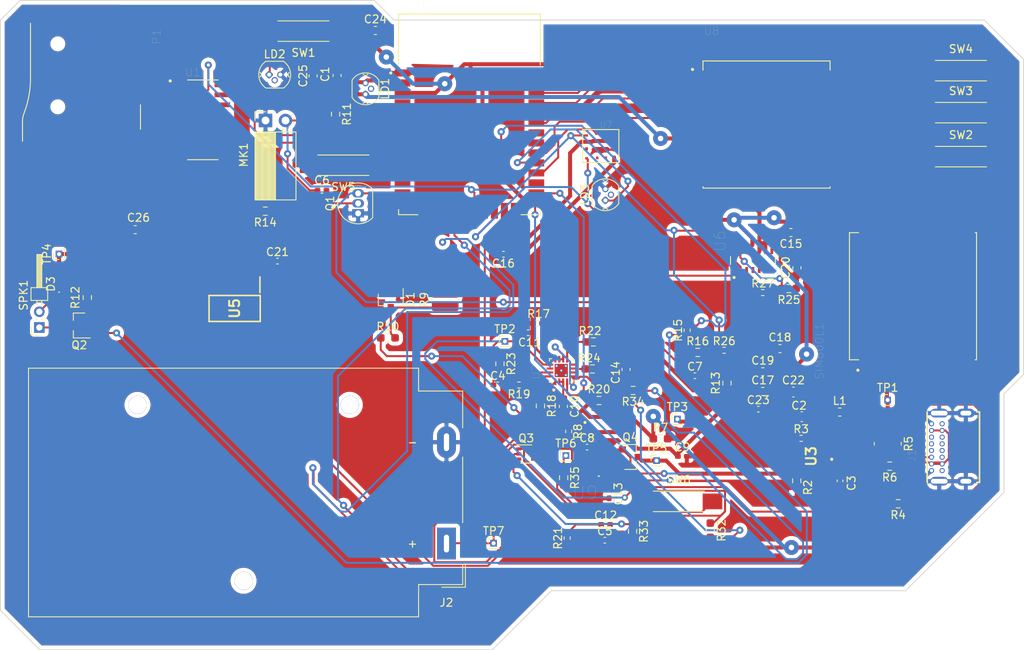
<source format=kicad_pcb>
(kicad_pcb (version 20171130) (host pcbnew "(5.1.7)-1")
  (layers (0 F.Cu signal) (31 B.Cu signal) (34 B.Paste user) (35 F.Paste user) (36 B.SilkS user) (37 F.SilkS user) (38 B.Mask user) (39 F.Mask user) (44 Edge.Cuts user))
  (net 0 "")
  (net 1 GND)
  (net 2 RESET)
  (net 3 "Net-(C2-Pad1)")
  (net 4 "Net-(C3-Pad2)")
  (net 5 VUSB)
  (net 6 V1)
  (net 7 "Net-(C6-Pad2)")
  (net 8 "Net-(C6-Pad1)")
  (net 9 SENAL_MIC)
  (net 10 "Net-(C8-Pad1)")
  (net 11 V3)
  (net 12 "Net-(C10-Pad1)")
  (net 13 "Net-(C12-Pad1)")
  (net 14 V2)
  (net 15 "Net-(C14-Pad2)")
  (net 16 "Net-(D1-Pad1)")
  (net 17 "Net-(D3-Pad1)")
  (net 18 "Net-(J1-PadB8)")
  (net 19 "Net-(J1-PadA8)")
  (net 20 "Net-(J1-PadA5)")
  (net 21 "Net-(L1-Pad2)")
  (net 22 "Net-(L1-Pad1)")
  (net 23 "Net-(LD1-Pad2)")
  (net 24 "Net-(LD2-Pad2)")
  (net 25 "Net-(LD2-Pad1)")
  (net 26 "Net-(LD3-Pad2)")
  (net 27 "Net-(LD3-Pad1)")
  (net 28 "Net-(P1-Pad9)")
  (net 29 "Net-(P1-Pad8)")
  (net 30 "SD_D1(MISO)")
  (net 31 "Net-(P1-Pad5)")
  (net 32 "Net-(P1-Pad2)")
  (net 33 "Net-(P1-Pad1)")
  (net 34 "Net-(Q2-Pad3)")
  (net 35 "Net-(Q2-Pad1)")
  (net 36 "Net-(Q3-Pad6)")
  (net 37 "Net-(Q3-Pad2)")
  (net 38 "Net-(Q3-Pad1)")
  (net 39 VOUT)
  (net 40 "Net-(Q4-Pad1)")
  (net 41 "Net-(R5-Pad2)")
  (net 42 BUZZER)
  (net 43 "Net-(R17-Pad1)")
  (net 44 "Net-(R18-Pad1)")
  (net 45 "Net-(R19-Pad1)")
  (net 46 "Net-(R22-Pad2)")
  (net 47 "Net-(R23-Pad2)")
  (net 48 "Net-(R24-Pad2)")
  (net 49 "Net-(R25-Pad2)")
  (net 50 "BUS_I2C(SCL)")
  (net 51 "BUS_I2C(SDA)")
  (net 52 ON_OFF)
  (net 53 "Net-(R35-Pad2)")
  (net 54 PULSE)
  (net 55 "Net-(SIM800L1-Pad3)")
  (net 56 "Net-(SIM800L1-Pad10)")
  (net 57 TXSIM)
  (net 58 "Net-(SIM800L1-Pad1)")
  (net 59 RXSIM)
  (net 60 "Net-(SIM800L1-Pad11)")
  (net 61 "Net-(SIM800L1-Pad12)")
  (net 62 "Net-(SIM800L1-Pad9)")
  (net 63 "Net-(SIM800L1-Pad8)")
  (net 64 "Net-(SIM800L1-Pad7)")
  (net 65 /Sheet5FACC905/DOWN_VOLUME)
  (net 66 /Sheet5FACC905/UP_VOLUME)
  (net 67 /Sheet5FACC905/RES-COL-EME)
  (net 68 /Sheet5FACC905/ON_OFF)
  (net 69 UART1_RX-TX)
  (net 70 UART1_TX-RX)
  (net 71 INT_AXIS2)
  (net 72 INT_AXIS1)
  (net 73 "Net-(U1-Pad27)")
  (net 74 CHARGE_SIG)
  (net 75 "Net-(U1-Pad23)")
  (net 76 "Net-(U1-Pad21)")
  (net 77 "Net-(U1-Pad19)")
  (net 78 "Net-(U1-Pad16)")
  (net 79 "Net-(U1-Pad14)")
  (net 80 "SD_D3(CS)")
  (net 81 "Net-(U1-Pad11)")
  (net 82 "SD_D2(MOSI)")
  (net 83 "Net-(U1-Pad5)")
  (net 84 "Net-(U1-Pad4)")
  (net 85 "Net-(U2-Pad17)")
  (net 86 "Net-(U2-Pad14)")
  (net 87 "Net-(U3-Pad2)")
  (net 88 "Net-(U3-Pad3)")
  (net 89 "Net-(U4-Pad5)")
  (net 90 "Net-(U5-Pad5)")
  (net 91 "Net-(U7-Pad6)")
  (net 92 "Net-(U7-Pad5)")
  (net 93 "Net-(U10-Pad15)")
  (net 94 "Net-(U10-Pad14)")
  (net 95 "Net-(U10-Pad12)")
  (net 96 "Net-(U10-Pad11)")
  (net 97 "Net-(U10-Pad10)")
  (net 98 "Net-(U10-Pad9)")
  (net 99 "Net-(U8-Pad6)")
  (net 100 "Net-(U8-Pad11)")
  (net 101 "Net-(U8-Pad9)")
  (net 102 "Net-(U8-Pad8)")
  (net 103 "Net-(U8-Pad7)")
  (net 104 "Net-(U1-Pad9)")
  (net 105 "Net-(U1-Pad12)")
  (module ESP32-WROOM-32:LOGO (layer F.Cu) (at 152.5 68.5)
    (fp_text reference G*** hide)
    (fp_text value LOGO hide)
  )
  (module ESP32-WROOM-32:LGA12R50P4X4_200X200X86 (layer F.Cu) (at 188.97854 45.9105)
    (fp_text reference U7 (at 0.45995 -2.61055) (layer F.SilkS) (effects (font (size 0.805906 0.805906) (thickness 0.015))))
    (fp_text value LIS2DS12TR_C)
    (pad 2 smd rect (at -2 -0.55) (size 0.35 0.3) (layers F.Cu F.Paste) (net 11 V3))
    (pad 3 smd rect (at -2 0.4) (size 0.35 0.3) (layers F.Cu F.Paste) (net 1 GND))
    (pad 1 smd rect (at -2 -1.25) (size 0.35 0.3) (layers F.Cu F.Paste) (net 50 "BUS_I2C(SCL)"))
    (pad 4 smd rect (at -2 1.65) (size 0.35 0.3) (layers F.Cu F.Paste) (net 51 "BUS_I2C(SDA)"))
    (pad 10 smd rect (at 1.5 -1.45) (size 0.35 0.3) (layers F.Cu F.Paste) (net 11 V3))
    (pad 9 smd rect (at 1.5 -0.55) (size 0.35 0.3) (layers F.Cu F.Paste) (net 11 V3))
    (pad 8 smd rect (at 1.5 0.55) (size 0.35 0.3) (layers F.Cu F.Paste) (net 1 GND))
    (pad 7 smd rect (at 1.5 1.55) (size 0.35 0.3) (layers F.Cu F.Paste) (net 2 RESET))
    (pad 12 smd rect (at -0.75 -1.5) (size 0.3 0.35) (layers F.Cu F.Paste) (net 72 INT_AXIS1))
    (pad 11 smd rect (at 0.55 -1.5) (size 0.3 0.35) (layers F.Cu F.Paste) (net 71 INT_AXIS2))
    (pad 6 smd rect (at 0.45 1.6) (size 0.3 0.35) (layers F.Cu F.Paste) (net 91 "Net-(U7-Pad6)"))
    (pad 5 smd rect (at -0.65 1.6) (size 0.3 0.35) (layers F.Cu F.Paste) (net 92 "Net-(U7-Pad5)"))
  )
  (module ESP32-WROOM-32:MP28164GDP (layer F.Cu) (at 219.32138 83.89874 90)
    (fp_text reference U3 (at -1.524 -3.81 90) (layer F.SilkS) (effects (font (size 1.27 1.27) (thickness 0.254))))
    (fp_text value MP28164GD-P hide)
    (pad 1 smd rect (at -0.85 -1.8 180) (size 0.25 0.9) (layers F.Cu F.Paste F.Mask) (net 3 "Net-(C2-Pad1)"))
    (pad 2 smd rect (at -0.9 -1 180) (size 0.25 0.8) (layers F.Cu F.Paste F.Mask) (net 87 "Net-(U3-Pad2)"))
    (pad 3 smd rect (at -0.9 -0.4 180) (size 0.25 0.8) (layers F.Cu F.Paste F.Mask) (net 88 "Net-(U3-Pad3)"))
    (pad 4 smd rect (at -0.9 0.2 180) (size 0.25 0.8) (layers F.Cu F.Paste F.Mask) (net 4 "Net-(C3-Pad2)"))
    (pad 5 smd rect (at -0.9 0.8 180) (size 0.25 0.8) (layers F.Cu F.Paste F.Mask) (net 1 GND))
    (pad 6 smd rect (at -0.9 1.6 180) (size 0.25 0.8) (layers F.Cu F.Paste F.Mask) (net 41 "Net-(R5-Pad2)"))
    (pad 7 smd rect (at 1 1.6 180) (size 0.5 0.8) (layers F.Cu F.Paste F.Mask) (net 6 V1))
    (pad 8 smd rect (at 0.9 0.6 180) (size 0.25 0.8) (layers F.Cu F.Paste F.Mask) (net 21 "Net-(L1-Pad2)"))
    (pad 9 smd rect (at 0.9 -0.1 180) (size 0.25 0.8) (layers F.Cu F.Paste F.Mask) (net 1 GND))
    (pad 10 smd rect (at 0.9 -0.8 180) (size 0.25 0.8) (layers F.Cu F.Paste F.Mask) (net 22 "Net-(L1-Pad1)"))
    (pad 11 smd rect (at 0.9 -1.8 180) (size 0.5 0.8) (layers F.Cu F.Paste F.Mask) (net 3 "Net-(C2-Pad1)"))
  )
  (module Connector_PinHeader_2.00mm:PinHeader_2x01_P2.00mm_Horizontal (layer F.Cu) (at 117.44706 69.05752 90)
    (fp_text reference SPK1 (at 4.1 -2 90) (layer F.SilkS))
    (fp_text value SMT-0540-S-R)
    (pad - thru_hole oval (at 2 0 90) (size 1.35 1.35) (drill 0.8) (layers *.Cu *.Mask) (net 17 "Net-(D3-Pad1)"))
    (pad + thru_hole rect (at 0 0 90) (size 1.35 1.35) (drill 0.8) (layers *.Cu *.Mask) (net 34 "Net-(Q2-Pad3)"))
  )
  (module CD4050BD:SOIC127P600X175-16N (layer F.Cu) (at 138.22172 42.67454)
    (fp_text reference U10 (at -0.795 -6.035) (layer F.SilkS) (effects (font (thickness 0.015))))
    (fp_text value CD4050BD)
    (pad 1 smd rect (at -2.475 -4.445) (size 1.97 0.6) (layers F.Cu F.Paste F.Mask) (net 14 V2))
    (pad 2 smd rect (at -2.475 -3.175) (size 1.97 0.6) (layers F.Cu F.Paste F.Mask) (net 31 "Net-(P1-Pad5)"))
    (pad 3 smd rect (at -2.475 -1.905) (size 1.97 0.6) (layers F.Cu F.Paste F.Mask) (net 50 "BUS_I2C(SCL)"))
    (pad 4 smd rect (at -2.475 -0.635) (size 1.97 0.6) (layers F.Cu F.Paste F.Mask) (net 32 "Net-(P1-Pad2)"))
    (pad 5 smd rect (at -2.475 0.635) (size 1.97 0.6) (layers F.Cu F.Paste F.Mask) (net 82 "SD_D2(MOSI)"))
    (pad 6 smd rect (at -2.475 1.905) (size 1.97 0.6) (layers F.Cu F.Paste F.Mask) (net 33 "Net-(P1-Pad1)"))
    (pad 7 smd rect (at -2.475 3.175) (size 1.97 0.6) (layers F.Cu F.Paste F.Mask) (net 80 "SD_D3(CS)"))
    (pad 8 smd rect (at -2.475 4.445) (size 1.97 0.6) (layers F.Cu F.Paste F.Mask) (net 1 GND))
    (pad 9 smd rect (at 2.475 4.445) (size 1.97 0.6) (layers F.Cu F.Paste F.Mask) (net 98 "Net-(U10-Pad9)"))
    (pad 10 smd rect (at 2.475 3.175) (size 1.97 0.6) (layers F.Cu F.Paste F.Mask) (net 97 "Net-(U10-Pad10)"))
    (pad 11 smd rect (at 2.475 1.905) (size 1.97 0.6) (layers F.Cu F.Paste F.Mask) (net 96 "Net-(U10-Pad11)"))
    (pad 12 smd rect (at 2.475 0.635) (size 1.97 0.6) (layers F.Cu F.Paste F.Mask) (net 95 "Net-(U10-Pad12)"))
    (pad 13 smd rect (at 2.475 -0.635) (size 1.97 0.6) (layers F.Cu F.Paste F.Mask))
    (pad 14 smd rect (at 2.475 -1.905) (size 1.97 0.6) (layers F.Cu F.Paste F.Mask) (net 94 "Net-(U10-Pad14)"))
    (pad 15 smd rect (at 2.475 -3.175) (size 1.97 0.6) (layers F.Cu F.Paste F.Mask) (net 93 "Net-(U10-Pad15)"))
    (pad 16 smd rect (at 2.475 -4.445) (size 1.97 0.6) (layers F.Cu F.Paste F.Mask))
  )
  (module BAT54TW-7-F:SOT65P220X110-6N (layer F.Cu) (at 188.53912 87.1347 180)
    (fp_text reference U9 (at 1.753025 -2.947125) (layer F.SilkS) (effects (font (size 1.640402 1.640402) (thickness 0.015))))
    (fp_text value BAT54TW-7-F)
    (pad 6 smd rect (at 0.9652 -0.6604 180) (size 1.1176 0.3556) (layers F.Cu F.Paste F.Mask) (net 53 "Net-(R35-Pad2)"))
    (pad 5 smd rect (at 0.9652 0 180) (size 1.1176 0.3556) (layers F.Cu F.Paste F.Mask) (net 54 PULSE))
    (pad 4 smd rect (at 0.9652 0.6604 180) (size 1.1176 0.3556) (layers F.Cu F.Paste F.Mask) (net 36 "Net-(Q3-Pad6)"))
    (pad 3 smd rect (at -0.9652 0.6604 180) (size 1.1176 0.3556) (layers F.Cu F.Paste F.Mask) (net 40 "Net-(Q4-Pad1)"))
    (pad 2 smd rect (at -0.9652 0 180) (size 1.1176 0.3556) (layers F.Cu F.Paste F.Mask) (net 40 "Net-(Q4-Pad1)"))
    (pad 1 smd rect (at -0.9652 -0.6604 180) (size 1.1176 0.3556) (layers F.Cu F.Paste F.Mask) (net 14 V2))
  )
  (module ESP32-WROOM-32:XCVR_L80RE-M37 (layer F.Cu) (at 209.83702 43.77182)
    (fp_text reference U8 (at -6.985 -12.385) (layer F.SilkS) (effects (font (thickness 0.015))))
    (fp_text value L80RE-M37_C)
    (pad 3 smd oval (at -7.75 -1.27) (size 2.5 1) (layers F.Cu F.Mask) (net 1 GND))
    (pad 10 smd oval (at 7.75 -1.27) (size 2.5 1) (layers F.Cu F.Mask) (net 2 RESET))
    (pad 4 smd oval (at -7.75 1.27) (size 2.5 1) (layers F.Cu F.Mask) (net 14 V2))
    (pad 2 smd oval (at -7.75 -3.81) (size 2.5 1) (layers F.Cu F.Mask) (net 70 UART1_TX-RX))
    (pad 1 smd oval (at -7.75 -6.35) (size 2.5 1) (layers F.Cu F.Mask) (net 69 UART1_RX-TX))
    (pad 5 smd oval (at -7.75 3.81) (size 2.5 1) (layers F.Cu F.Mask) (net 14 V2))
    (pad 6 smd oval (at -7.75 6.35) (size 2.5 1) (layers F.Cu F.Mask) (net 99 "Net-(U8-Pad6)"))
    (pad 11 smd oval (at 7.75 -3.81) (size 2.5 1) (layers F.Cu F.Mask) (net 100 "Net-(U8-Pad11)"))
    (pad 12 smd oval (at 7.75 -6.35) (size 2.5 1) (layers F.Cu F.Mask) (net 1 GND))
    (pad 9 smd oval (at 7.75 1.27) (size 2.5 1) (layers F.Cu F.Mask) (net 101 "Net-(U8-Pad9)"))
    (pad 8 smd oval (at 7.75 3.81) (size 2.5 1) (layers F.Cu F.Mask) (net 102 "Net-(U8-Pad8)"))
    (pad 7 smd oval (at 7.75 6.35) (size 2.5 1) (layers F.Cu F.Mask) (net 103 "Net-(U8-Pad7)"))
  )
  (module ESP32-WROOM-32:XDCR_MAX30101EFD+ (layer F.Cu) (at 208.11236 60.5536 90)
    (fp_text reference U6 (at 2.475 -4.199 90) (layer F.SilkS) (effects (font (size 1.4 1.4) (thickness 0.015))))
    (fp_text value MAX30102EFD+T_C)
    (pad 14 smd rect (at 1.2 -2.4 90) (size 0.75 0.35) (layers F.Cu F.Paste F.Mask))
    (pad 13 smd rect (at 1.2 -1.6 90) (size 0.75 0.35) (layers F.Cu F.Paste F.Mask) (net 49 "Net-(R25-Pad2)"))
    (pad 12 smd rect (at 1.2 -0.8 90) (size 0.75 0.35) (layers F.Cu F.Paste F.Mask) (net 1 GND))
    (pad 11 smd rect (at 1.2 0 90) (size 0.75 0.35) (layers F.Cu F.Paste F.Mask) (net 11 V3))
    (pad 10 smd rect (at 1.2 0.8 90) (size 0.75 0.35) (layers F.Cu F.Paste F.Mask) (net 14 V2))
    (pad 9 smd rect (at 1.2 1.6 90) (size 0.75 0.35) (layers F.Cu F.Paste F.Mask) (net 14 V2))
    (pad 8 smd rect (at 1.2 2.4 90) (size 0.75 0.35) (layers F.Cu F.Paste F.Mask))
    (pad 7 smd rect (at -1.2 2.4 90) (size 0.75 0.35) (layers F.Cu F.Paste F.Mask))
    (pad 6 smd rect (at -1.2 1.6 90) (size 0.75 0.35) (layers F.Cu F.Paste F.Mask))
    (pad 5 smd rect (at -1.2 0.8 90) (size 0.75 0.35) (layers F.Cu F.Paste F.Mask))
    (pad 4 smd rect (at -1.2 0 90) (size 0.75 0.35) (layers F.Cu F.Paste F.Mask) (net 1 GND))
    (pad 3 smd rect (at -1.2 -0.8 90) (size 0.75 0.35) (layers F.Cu F.Paste F.Mask) (net 51 "BUS_I2C(SDA)"))
    (pad 2 smd rect (at -1.2 -1.6 90) (size 0.75 0.35) (layers F.Cu F.Paste F.Mask) (net 50 "BUS_I2C(SCL)"))
    (pad 1 smd rect (at -1.2 -2.4 90) (size 0.75 0.35) (layers F.Cu F.Paste F.Mask))
  )
  (module ESP32-WROOM-32:SOT127P706X180-6N (layer F.Cu) (at 142.26032 66.63944 270)
    (fp_text reference U5 (at 0 0 90) (layer F.SilkS) (effects (font (size 1.27 1.27) (thickness 0.254))))
    (fp_text value MCP1793 hide)
    (pad 1 smd rect (at -3 -2.54) (size 0.65 2) (layers F.Cu F.Paste F.Mask) (net 13 "Net-(C12-Pad1)"))
    (pad 2 smd rect (at -3 -1.27) (size 0.65 2) (layers F.Cu F.Paste F.Mask) (net 13 "Net-(C12-Pad1)"))
    (pad 3 smd rect (at -3 0) (size 0.65 2) (layers F.Cu F.Paste F.Mask) (net 1 GND))
    (pad 4 smd rect (at -3 1.27) (size 0.65 2) (layers F.Cu F.Paste F.Mask) (net 14 V2))
    (pad 5 smd rect (at -3 2.54) (size 0.65 2) (layers F.Cu F.Paste F.Mask) (net 90 "Net-(U5-Pad5)"))
    (pad 6 smd rect (at 3 0 270) (size 2 3.2) (layers F.Cu F.Paste F.Mask) (net 1 GND))
  )
  (module ESP32-WROOM-32:VREG_AP7340-25FS4-7 (layer F.Cu) (at 186.4233 82.3722 270)
    (fp_text reference U4 (at 0.782 -1.4064 90) (layer F.SilkS) (effects (font (size 0.64 0.64) (thickness 0.015))))
    (fp_text value AP7340-25FS4-7)
    (fp_poly (pts (xy 0.65 0.45) (xy 0.25 0.45) (xy 0.25 0.38) (xy 0.43 0.2) (xy 0.65 0.2)) (layer F.Cu) (width 0.01))
    (fp_poly (pts (xy -0.65 0.45) (xy -0.25 0.45) (xy -0.25 0.38) (xy -0.43 0.2) (xy -0.65 0.2)) (layer F.Cu) (width 0.01))
    (fp_poly (pts (xy 0.65 -0.45) (xy 0.25 -0.45) (xy 0.25 -0.38) (xy 0.43 -0.2) (xy 0.65 -0.2)) (layer F.Cu) (width 0.01))
    (fp_poly (pts (xy -0.65 -0.45) (xy -0.18 -0.45) (xy -0.43 -0.2) (xy -0.65 -0.2)) (layer F.Cu) (width 0.01))
    (pad 5 smd rect (at 0 0 270) (size 0.48 0.48) (layers F.Cu F.Mask) (net 89 "Net-(U4-Pad5)"))
    (pad 1 smd rect (at -0.45 -0.325 270) (size 0.1 0.1) (layers F.Cu) (net 11 V3))
    (pad 2 smd rect (at -0.45 0.325 270) (size 0.1 0.1) (layers F.Cu) (net 1 GND))
    (pad 3 smd rect (at 0.45 0.325 270) (size 0.1 0.1) (layers F.Cu) (net 10 "Net-(C8-Pad1)"))
    (pad 4 smd rect (at 0.45 -0.325 270) (size 0.1 0.1) (layers F.Cu) (net 10 "Net-(C8-Pad1)"))
  )
  (module BQ24075RGTR:QFN50P300X300X100-17N (layer F.Cu) (at 183.7562 74.52176 90)
    (fp_text reference U2 (at -0.165 -3.24 90) (layer F.SilkS) (effects (font (thickness 0.015))))
    (fp_text value BQ24075RGTR)
    (pad 5 smd rect (at -0.75 1.435 90) (size 0.26 0.86) (layers F.Cu F.Paste F.Mask) (net 15 "Net-(C14-Pad2)"))
    (pad 6 smd rect (at -0.25 1.435 90) (size 0.26 0.86) (layers F.Cu F.Paste F.Mask) (net 1 GND))
    (pad 7 smd rect (at 0.25 1.435 90) (size 0.26 0.86) (layers F.Cu F.Paste F.Mask) (net 48 "Net-(R24-Pad2)"))
    (pad 8 smd rect (at 0.75 1.435 90) (size 0.26 0.86) (layers F.Cu F.Paste F.Mask) (net 1 GND))
    (pad 13 smd rect (at 0.75 -1.435 90) (size 0.26 0.86) (layers F.Cu F.Paste F.Mask) (net 5 VUSB))
    (pad 14 smd rect (at 0.25 -1.435 90) (size 0.26 0.86) (layers F.Cu F.Paste F.Mask) (net 86 "Net-(U2-Pad14)"))
    (pad 15 smd rect (at -0.25 -1.435 90) (size 0.26 0.86) (layers F.Cu F.Paste F.Mask) (net 47 "Net-(R23-Pad2)"))
    (pad 16 smd rect (at -0.75 -1.435 90) (size 0.26 0.86) (layers F.Cu F.Paste F.Mask) (net 45 "Net-(R19-Pad1)"))
    (pad 1 smd rect (at -1.435 -0.75 90) (size 0.86 0.26) (layers F.Cu F.Paste F.Mask) (net 44 "Net-(R18-Pad1)"))
    (pad 2 smd rect (at -1.435 -0.25 90) (size 0.86 0.26) (layers F.Cu F.Paste F.Mask) (net 12 "Net-(C10-Pad1)"))
    (pad 3 smd rect (at -1.435 0.25 90) (size 0.86 0.26) (layers F.Cu F.Paste F.Mask) (net 12 "Net-(C10-Pad1)"))
    (pad 4 smd rect (at -1.435 0.75 90) (size 0.86 0.26) (layers F.Cu F.Paste F.Mask) (net 74 CHARGE_SIG))
    (pad 9 smd rect (at 1.435 0.75 90) (size 0.86 0.26) (layers F.Cu F.Paste F.Mask) (net 46 "Net-(R22-Pad2)"))
    (pad 10 smd rect (at 1.435 0.25 90) (size 0.86 0.26) (layers F.Cu F.Paste F.Mask) (net 15 "Net-(C14-Pad2)"))
    (pad 11 smd rect (at 1.435 -0.25 90) (size 0.86 0.26) (layers F.Cu F.Paste F.Mask) (net 15 "Net-(C14-Pad2)"))
    (pad 12 smd rect (at 1.435 -0.75 90) (size 0.86 0.26) (layers F.Cu F.Paste F.Mask) (net 43 "Net-(R17-Pad1)"))
    (pad 17 smd rect (at 0 0 90) (size 1.68 1.68) (layers F.Cu F.Mask) (net 85 "Net-(U2-Pad17)"))
    (pad 18 thru_hole circle (at 0 0 90) (size 0.4 0.4) (drill 0.2) (layers *.Cu))
    (pad 19 thru_hole circle (at -0.58 -0.58 90) (size 0.4 0.4) (drill 0.2) (layers *.Cu))
    (pad 20 thru_hole circle (at 0.58 -0.58 90) (size 0.4 0.4) (drill 0.2) (layers *.Cu))
    (pad 22 thru_hole circle (at 0.58 0.58 90) (size 0.4 0.4) (drill 0.2) (layers *.Cu))
    (pad 21 thru_hole circle (at -0.58 0.58 90) (size 0.4 0.4) (drill 0.2) (layers *.Cu))
  )
  (module ESP32-WROOM-32:MODULE_ESP32-WROOM-32 (layer F.Cu) (at 172.09008 41.97604)
    (fp_text reference U1 (at -6.325 -13.885) (layer F.SilkS) (effects (font (thickness 0.015))))
    (fp_text value ESP32-WROOM-32)
    (pad 1 smd rect (at -8.5 -5.26) (size 2 0.9) (layers F.Cu F.Paste F.Mask) (net 1 GND))
    (pad 2 smd rect (at -8.5 -3.99) (size 2 0.9) (layers F.Cu F.Paste F.Mask) (net 14 V2))
    (pad 3 smd rect (at -8.5 -2.72) (size 2 0.9) (layers F.Cu F.Paste F.Mask) (net 2 RESET))
    (pad 4 smd rect (at -8.5 -1.45) (size 2 0.9) (layers F.Cu F.Paste F.Mask) (net 84 "Net-(U1-Pad4)"))
    (pad 5 smd rect (at -8.5 -0.18) (size 2 0.9) (layers F.Cu F.Paste F.Mask) (net 83 "Net-(U1-Pad5)"))
    (pad 6 smd rect (at -8.5 1.09) (size 2 0.9) (layers F.Cu F.Paste F.Mask) (net 30 "SD_D1(MISO)"))
    (pad 7 smd rect (at -8.5 2.36) (size 2 0.9) (layers F.Cu F.Paste F.Mask) (net 82 "SD_D2(MOSI)"))
    (pad 8 smd rect (at -8.5 3.63) (size 2 0.9) (layers F.Cu F.Paste F.Mask) (net 80 "SD_D3(CS)"))
    (pad 9 smd rect (at -8.5 4.9) (size 2 0.9) (layers F.Cu F.Paste F.Mask) (net 104 "Net-(U1-Pad9)"))
    (pad 10 smd rect (at -8.5 6.17) (size 2 0.9) (layers F.Cu F.Paste F.Mask) (net 68 /Sheet5FACC905/ON_OFF))
    (pad 11 smd rect (at -8.5 7.44) (size 2 0.9) (layers F.Cu F.Paste F.Mask) (net 81 "Net-(U1-Pad11)"))
    (pad 12 smd rect (at -8.5 8.71) (size 2 0.9) (layers F.Cu F.Paste F.Mask) (net 105 "Net-(U1-Pad12)"))
    (pad 13 smd rect (at -8.5 9.98) (size 2 0.9) (layers F.Cu F.Paste F.Mask) (net 9 SENAL_MIC))
    (pad 14 smd rect (at -8.5 11.25) (size 2 0.9) (layers F.Cu F.Paste F.Mask) (net 79 "Net-(U1-Pad14)"))
    (pad 15 smd rect (at -5.715 12.25) (size 0.9 2) (layers F.Cu F.Paste F.Mask) (net 1 GND))
    (pad 16 smd rect (at -4.445 12.25) (size 0.9 2) (layers F.Cu F.Paste F.Mask) (net 78 "Net-(U1-Pad16)"))
    (pad 17 smd rect (at -3.175 12.25) (size 0.9 2) (layers F.Cu F.Paste F.Mask) (net 57 TXSIM))
    (pad 18 smd rect (at -1.905 12.25) (size 0.9 2) (layers F.Cu F.Paste F.Mask) (net 59 RXSIM))
    (pad 19 smd rect (at -0.635 12.25) (size 0.9 2) (layers F.Cu F.Paste F.Mask) (net 77 "Net-(U1-Pad19)"))
    (pad 20 smd rect (at 0.635 12.25) (size 0.9 2) (layers F.Cu F.Paste F.Mask) (net 50 "BUS_I2C(SCL)"))
    (pad 21 smd rect (at 1.905 12.25) (size 0.9 2) (layers F.Cu F.Paste F.Mask) (net 76 "Net-(U1-Pad21)"))
    (pad 22 smd rect (at 3.175 12.25) (size 0.9 2) (layers F.Cu F.Paste F.Mask) (net 51 "BUS_I2C(SDA)"))
    (pad 23 smd rect (at 4.445 12.25) (size 0.9 2) (layers F.Cu F.Paste F.Mask) (net 75 "Net-(U1-Pad23)"))
    (pad 24 smd rect (at 5.715 12.25) (size 0.9 2) (layers F.Cu F.Paste F.Mask) (net 54 PULSE))
    (pad 25 smd rect (at 8.5 11.25) (size 2 0.9) (layers F.Cu F.Paste F.Mask) (net 52 ON_OFF))
    (pad 26 smd rect (at 8.5 9.98) (size 2 0.9) (layers F.Cu F.Paste F.Mask) (net 74 CHARGE_SIG))
    (pad 27 smd rect (at 8.5 8.71) (size 2 0.9) (layers F.Cu F.Paste F.Mask) (net 73 "Net-(U1-Pad27)"))
    (pad 28 smd rect (at 8.5 7.44) (size 2 0.9) (layers F.Cu F.Paste F.Mask) (net 72 INT_AXIS1))
    (pad 29 smd rect (at 8.5 6.17) (size 2 0.9) (layers F.Cu F.Paste F.Mask) (net 27 "Net-(LD3-Pad1)"))
    (pad 30 smd rect (at 8.5 4.9) (size 2 0.9) (layers F.Cu F.Paste F.Mask) (net 71 INT_AXIS2))
    (pad 31 smd rect (at 8.5 3.63) (size 2 0.9) (layers F.Cu F.Paste F.Mask) (net 42 BUZZER))
    (pad 32 smd rect (at 8.5 2.36) (size 2 0.9) (layers F.Cu F.Paste F.Mask))
    (pad 33 smd rect (at 8.5 1.09) (size 2 0.9) (layers F.Cu F.Paste F.Mask) (net 65 /Sheet5FACC905/DOWN_VOLUME))
    (pad 34 smd rect (at 8.5 -0.18) (size 2 0.9) (layers F.Cu F.Paste F.Mask) (net 70 UART1_TX-RX))
    (pad 35 smd rect (at 8.5 -1.45) (size 2 0.9) (layers F.Cu F.Paste F.Mask) (net 69 UART1_RX-TX))
    (pad 36 smd rect (at 8.5 -2.72) (size 2 0.9) (layers F.Cu F.Paste F.Mask) (net 66 /Sheet5FACC905/UP_VOLUME))
    (pad 37 smd rect (at 8.5 -3.99) (size 2 0.9) (layers F.Cu F.Paste F.Mask) (net 67 /Sheet5FACC905/RES-COL-EME))
    (pad 38 smd rect (at 8.5 -5.26) (size 2 0.9) (layers F.Cu F.Paste F.Mask) (net 1 GND))
    (pad 39 smd rect (at 0 0) (size 2 0.9) (layers F.Cu F.Paste F.Mask) (net 1 GND))
  )
  (module Connector_PinHeader_1.00mm:PinHeader_1x01_P1.00mm_Vertical (layer F.Cu) (at 175.16348 96.46666)
    (fp_text reference TP7 (at 0 -1.56) (layer F.SilkS))
    (fp_text value TP)
    (pad 1 thru_hole rect (at 0 0) (size 0.85 0.85) (drill 0.5) (layers *.Cu *.Mask) (net 12 "Net-(C10-Pad1)"))
  )
  (module Connector_PinHeader_1.00mm:PinHeader_1x01_P1.00mm_Vertical (layer F.Cu) (at 184.34558 85.33892)
    (fp_text reference TP6 (at 0 -1.56) (layer F.SilkS))
    (fp_text value TP)
    (pad 1 thru_hole rect (at 0 0) (size 0.85 0.85) (drill 0.5) (layers *.Cu *.Mask) (net 54 PULSE))
  )
  (module Connector_PinHeader_1.00mm:PinHeader_1x01_P1.00mm_Vertical (layer F.Cu) (at 195.864201 85.974761)
    (fp_text reference TP5 (at 0 -1.56) (layer F.SilkS))
    (fp_text value TP)
    (pad 1 thru_hole rect (at 0 0) (size 0.85 0.85) (drill 0.5) (layers *.Cu *.Mask) (net 39 VOUT))
  )
  (module Connector_PinHeader_1.00mm:PinHeader_1x01_P1.00mm_Vertical (layer F.Cu) (at 119.9515 59.7281 90)
    (fp_text reference TP4 (at 0 -1.56 90) (layer F.SilkS))
    (fp_text value TP)
    (pad 1 thru_hole rect (at 0 0 90) (size 0.85 0.85) (drill 0.5) (layers *.Cu *.Mask) (net 14 V2))
  )
  (module Connector_PinHeader_1.00mm:PinHeader_1x01_P1.00mm_Vertical (layer F.Cu) (at 198.50862 80.70088)
    (fp_text reference TP3 (at 0 -1.56) (layer F.SilkS))
    (fp_text value TP)
    (pad 1 thru_hole rect (at 0 0) (size 0.85 0.85) (drill 0.5) (layers *.Cu *.Mask) (net 11 V3))
  )
  (module Connector_PinHeader_1.00mm:PinHeader_1x01_P1.00mm_Vertical (layer F.Cu) (at 176.59604 70.8152)
    (fp_text reference TP2 (at 0 -1.56) (layer F.SilkS))
    (fp_text value TP)
    (pad 1 thru_hole rect (at 0 0) (size 0.85 0.85) (drill 0.5) (layers *.Cu *.Mask) (net 5 VUSB))
  )
  (module Connector_PinHeader_1.00mm:PinHeader_1x01_P1.00mm_Vertical (layer F.Cu) (at 225.22688 78.26756)
    (fp_text reference TP1 (at 0 -1.56) (layer F.SilkS))
    (fp_text value TP)
    (pad 1 thru_hole rect (at 0 0) (size 0.85 0.85) (drill 0.5) (layers *.Cu *.Mask) (net 6 V1))
  )
  (module Button_Switch_SMD:SW_SPST_REED_CT05-XXXX-G1 (layer F.Cu) (at 198.6915 91.15298 180)
    (fp_text reference SW6 (at 0 2.75) (layer F.SilkS))
    (fp_text value SW_DIP_x01)
    (pad 1 smd rect (at -4.28 0 180) (size 2.5 2) (layers F.Cu F.Paste F.Mask) (net 54 PULSE))
    (pad 2 smd rect (at 4.28 0 180) (size 2.5 2) (layers F.Cu F.Paste F.Mask) (net 38 "Net-(Q3-Pad1)"))
  )
  (module Button_Switch_SMD:SW_SPST_REED_CT05-XXXX-G1 (layer F.Cu) (at 156.0702 48.44034)
    (fp_text reference SW5 (at 0 2.75) (layer F.SilkS))
    (fp_text value SW_DIP_x01)
    (pad 1 smd rect (at -4.28 0) (size 2.5 2) (layers F.Cu F.Paste F.Mask) (net 1 GND))
    (pad 2 smd rect (at 4.28 0) (size 2.5 2) (layers F.Cu F.Paste F.Mask) (net 68 /Sheet5FACC905/ON_OFF))
  )
  (module Button_Switch_SMD:SW_SPST_REED_CT05-XXXX-G1 (layer F.Cu) (at 234.53852 36.42614 180)
    (fp_text reference SW4 (at 0 2.75) (layer F.SilkS))
    (fp_text value SW_DIP_x01)
    (pad 1 smd rect (at -4.28 0 180) (size 2.5 2) (layers F.Cu F.Paste F.Mask) (net 1 GND))
    (pad 2 smd rect (at 4.28 0 180) (size 2.5 2) (layers F.Cu F.Paste F.Mask) (net 67 /Sheet5FACC905/RES-COL-EME))
  )
  (module Button_Switch_SMD:SW_SPST_REED_CT05-XXXX-G1 (layer F.Cu) (at 234.53852 41.76014 180)
    (fp_text reference SW3 (at 0 2.75) (layer F.SilkS))
    (fp_text value SW_DIP_x01)
    (pad 1 smd rect (at -4.28 0 180) (size 2.5 2) (layers F.Cu F.Paste F.Mask) (net 1 GND))
    (pad 2 smd rect (at 4.28 0 180) (size 2.5 2) (layers F.Cu F.Paste F.Mask) (net 66 /Sheet5FACC905/UP_VOLUME))
  )
  (module Button_Switch_SMD:SW_SPST_REED_CT05-XXXX-G1 (layer F.Cu) (at 234.53852 47.34814 180)
    (fp_text reference SW2 (at 0 2.75) (layer F.SilkS))
    (fp_text value SW_DIP_x01)
    (pad 1 smd rect (at -4.28 0 180) (size 2.5 2) (layers F.Cu F.Paste F.Mask) (net 1 GND))
    (pad 2 smd rect (at 4.28 0 180) (size 2.5 2) (layers F.Cu F.Paste F.Mask) (net 65 /Sheet5FACC905/DOWN_VOLUME))
  )
  (module Button_Switch_SMD:SW_SPST_REED_CT05-XXXX-G1 (layer F.Cu) (at 151.0029 31.40202)
    (fp_text reference SW1 (at 0 2.75) (layer F.SilkS))
    (fp_text value SW_DIP_x01)
    (pad 1 smd rect (at -4.28 0) (size 2.5 2) (layers F.Cu F.Paste F.Mask) (net 25 "Net-(LD2-Pad1)"))
    (pad 2 smd rect (at 4.28 0) (size 2.5 2) (layers F.Cu F.Paste F.Mask) (net 2 RESET))
  )
  (module ESP32-WROOM-32:SIM800L1 (layer F.Cu) (at 228.94544 65.08496 90)
    (fp_text reference SIM800L1 (at -6.985 -12.385 90) (layer F.SilkS) (effects (font (thickness 0.015))))
    (fp_text value SIM800L)
    (pad 3 smd oval (at -7.75 -1.27 90) (size 2.5 1) (layers F.Cu F.Mask) (net 55 "Net-(SIM800L1-Pad3)"))
    (pad 10 smd oval (at 7.75 -1.27 90) (size 2.5 1) (layers F.Cu F.Mask) (net 56 "Net-(SIM800L1-Pad10)"))
    (pad 4 smd oval (at -7.75 1.27 90) (size 2.5 1) (layers F.Cu F.Mask) (net 57 TXSIM))
    (pad 2 smd oval (at -7.75 -3.81 90) (size 2.5 1) (layers F.Cu F.Mask) (net 6 V1))
    (pad 1 smd oval (at -7.75 -6.35 90) (size 2.5 1) (layers F.Cu F.Mask) (net 58 "Net-(SIM800L1-Pad1)"))
    (pad 5 smd oval (at -7.75 3.81 90) (size 2.5 1) (layers F.Cu F.Mask) (net 59 RXSIM))
    (pad 6 smd oval (at -7.75 6.35 90) (size 2.5 1) (layers F.Cu F.Mask) (net 1 GND))
    (pad 11 smd oval (at 7.75 -3.81 90) (size 2.5 1) (layers F.Cu F.Mask) (net 60 "Net-(SIM800L1-Pad11)"))
    (pad 12 smd oval (at 7.75 -6.35 90) (size 2.5 1) (layers F.Cu F.Mask) (net 61 "Net-(SIM800L1-Pad12)"))
    (pad 9 smd oval (at 7.75 1.27 90) (size 2.5 1) (layers F.Cu F.Mask) (net 62 "Net-(SIM800L1-Pad9)"))
    (pad 8 smd oval (at 7.75 3.81 90) (size 2.5 1) (layers F.Cu F.Mask) (net 63 "Net-(SIM800L1-Pad8)"))
    (pad 7 smd oval (at 7.75 6.35 90) (size 2.5 1) (layers F.Cu F.Mask) (net 64 "Net-(SIM800L1-Pad7)"))
  )
  (module Resistor_SMD:R_0603_1608Metric_Pad0.98x0.95mm_HandSolder (layer F.Cu) (at 184.06364 88.14562 270)
    (fp_text reference R35 (at 0 -1.43 90) (layer F.SilkS))
    (fp_text value 68K)
    (pad 2 smd roundrect (at 0.9125 0 270) (size 0.975 0.95) (layers F.Cu F.Paste F.Mask) (net 53 "Net-(R35-Pad2)"))
    (pad 1 smd roundrect (at -0.9125 0 270) (size 0.975 0.95) (layers F.Cu F.Paste F.Mask) (net 54 PULSE))
  )
  (module Resistor_SMD:R_0603_1608Metric_Pad0.98x0.95mm_HandSolder (layer F.Cu) (at 192.88824 77.05852 180)
    (fp_text reference R34 (at 0 -1.43) (layer F.SilkS))
    (fp_text value 100K)
    (pad 2 smd roundrect (at 0.9125 0 180) (size 0.975 0.95) (layers F.Cu F.Paste F.Mask) (net 15 "Net-(C14-Pad2)"))
    (pad 1 smd roundrect (at -0.9125 0 180) (size 0.975 0.95) (layers F.Cu F.Paste F.Mask) (net 40 "Net-(Q4-Pad1)"))
  )
  (module Resistor_SMD:R_0603_1608Metric_Pad0.98x0.95mm_HandSolder (layer F.Cu) (at 192.82156 94.95472 270)
    (fp_text reference R33 (at 0 -1.43 90) (layer F.SilkS))
    (fp_text value 10K)
    (pad 2 smd roundrect (at 0.9125 0 270) (size 0.975 0.95) (layers F.Cu F.Paste F.Mask) (net 52 ON_OFF))
    (pad 1 smd roundrect (at -0.9125 0 270) (size 0.975 0.95) (layers F.Cu F.Paste F.Mask) (net 37 "Net-(Q3-Pad2)"))
  )
  (module Resistor_SMD:R_0603_1608Metric_Pad0.98x0.95mm_HandSolder (layer F.Cu) (at 202.68692 94.82264 270)
    (fp_text reference R32 (at 0 -1.43 90) (layer F.SilkS))
    (fp_text value 100K)
    (pad 2 smd roundrect (at 0.9125 0 270) (size 0.975 0.95) (layers F.Cu F.Paste F.Mask) (net 52 ON_OFF))
    (pad 1 smd roundrect (at -0.9125 0 270) (size 0.975 0.95) (layers F.Cu F.Paste F.Mask) (net 38 "Net-(Q3-Pad1)"))
  )
  (module Resistor_SMD:R_0402_1005Metric_Pad0.72x0.64mm_HandSolder (layer F.Cu) (at 209.35636 64.62522)
    (fp_text reference R27 (at 0 -1.17) (layer F.SilkS))
    (fp_text value 1K)
    (pad 2 smd roundrect (at 0.5975 0) (size 0.715 0.64) (layers F.Cu F.Paste F.Mask) (net 14 V2))
    (pad 1 smd roundrect (at -0.5975 0) (size 0.715 0.64) (layers F.Cu F.Paste F.Mask) (net 51 "BUS_I2C(SDA)"))
  )
  (module Resistor_SMD:R_0402_1005Metric_Pad0.72x0.64mm_HandSolder (layer F.Cu) (at 204.45222 71.95312)
    (fp_text reference R26 (at 0 -1.17) (layer F.SilkS))
    (fp_text value 1K)
    (pad 2 smd roundrect (at 0.5975 0) (size 0.715 0.64) (layers F.Cu F.Paste F.Mask) (net 14 V2))
    (pad 1 smd roundrect (at -0.5975 0) (size 0.715 0.64) (layers F.Cu F.Paste F.Mask) (net 50 "BUS_I2C(SCL)"))
  )
  (module Resistor_SMD:R_0603_1608Metric_Pad0.98x0.95mm_HandSolder (layer F.Cu) (at 212.68436 64.1096 180)
    (fp_text reference R25 (at 0 -1.43) (layer F.SilkS))
    (fp_text value 10K)
    (pad 2 smd roundrect (at 0.9125 0 180) (size 0.975 0.95) (layers F.Cu F.Paste F.Mask) (net 49 "Net-(R25-Pad2)"))
    (pad 1 smd roundrect (at -0.9125 0 180) (size 0.975 0.95) (layers F.Cu F.Paste F.Mask) (net 14 V2))
  )
  (module Resistor_SMD:R_0603_1608Metric_Pad0.98x0.95mm_HandSolder (layer F.Cu) (at 187.72124 74.32548 180)
    (fp_text reference R24 (at 0.41338 1.3716) (layer F.SilkS))
    (fp_text value 100K)
    (pad 1 smd roundrect (at -0.9125 0 180) (size 0.975 0.95) (layers F.Cu F.Paste F.Mask) (net 14 V2))
    (pad 2 smd roundrect (at 0.9125 0 180) (size 0.975 0.95) (layers F.Cu F.Paste F.Mask) (net 48 "Net-(R24-Pad2)"))
  )
  (module Resistor_SMD:R_0603_1608Metric_Pad0.98x0.95mm_HandSolder (layer F.Cu) (at 175.96612 73.66826 270)
    (fp_text reference R23 (at 0 -1.43 90) (layer F.SilkS))
    (fp_text value 100K)
    (pad 2 smd roundrect (at 0.9125 0 270) (size 0.975 0.95) (layers F.Cu F.Paste F.Mask) (net 47 "Net-(R23-Pad2)"))
    (pad 1 smd roundrect (at -0.9125 0 270) (size 0.975 0.95) (layers F.Cu F.Paste F.Mask) (net 5 VUSB))
  )
  (module Resistor_SMD:R_0603_1608Metric_Pad0.98x0.95mm_HandSolder (layer F.Cu) (at 187.8349 70.8914 180)
    (fp_text reference R22 (at 0.4172 1.397) (layer F.SilkS))
    (fp_text value 100K)
    (pad 1 smd roundrect (at -0.9125 0 180) (size 0.975 0.95) (layers F.Cu F.Paste F.Mask) (net 14 V2))
    (pad 2 smd roundrect (at 0.9125 0 180) (size 0.975 0.95) (layers F.Cu F.Paste F.Mask) (net 46 "Net-(R22-Pad2)"))
  )
  (module Resistor_SMD:R_0402_1005Metric_Pad0.72x0.64mm_HandSolder (layer F.Cu) (at 184.51068 95.81194 90)
    (fp_text reference R21 (at 0 -1.17 90) (layer F.SilkS))
    (fp_text value 1K5)
    (pad 2 smd roundrect (at 0.5975 0 90) (size 0.715 0.64) (layers F.Cu F.Paste F.Mask) (net 13 "Net-(C12-Pad1)"))
    (pad 1 smd roundrect (at -0.5975 0 90) (size 0.715 0.64) (layers F.Cu F.Paste F.Mask) (net 6 V1))
  )
  (module Resistor_SMD:R_0603_1608Metric_Pad0.98x0.95mm_HandSolder (layer F.Cu) (at 188.55118 78.3336)
    (fp_text reference R20 (at 0 -1.43) (layer F.SilkS))
    (fp_text value 100K)
    (pad 2 smd roundrect (at 0.9125 0) (size 0.975 0.95) (layers F.Cu F.Paste F.Mask) (net 1 GND))
    (pad 1 smd roundrect (at -0.9125 0) (size 0.975 0.95) (layers F.Cu F.Paste F.Mask) (net 6 V1))
  )
  (module Resistor_SMD:R_0402_1005Metric_Pad0.72x0.64mm_HandSolder (layer F.Cu) (at 178.39242 76.3651 180)
    (fp_text reference R19 (at 0 -1.17) (layer F.SilkS))
    (fp_text value 1K5)
    (pad 2 smd roundrect (at 0.5975 0 180) (size 0.715 0.64) (layers F.Cu F.Paste F.Mask) (net 1 GND))
    (pad 1 smd roundrect (at -0.5975 0 180) (size 0.715 0.64) (layers F.Cu F.Paste F.Mask) (net 45 "Net-(R19-Pad1)"))
  )
  (module Resistor_SMD:R_0603_1608Metric_Pad0.98x0.95mm_HandSolder (layer F.Cu) (at 181.10962 79.02384 270)
    (fp_text reference R18 (at 0 -1.43 90) (layer F.SilkS))
    (fp_text value 100K)
    (pad 2 smd roundrect (at 0.9125 0 270) (size 0.975 0.95) (layers F.Cu F.Paste F.Mask) (net 1 GND))
    (pad 1 smd roundrect (at -0.9125 0 270) (size 0.975 0.95) (layers F.Cu F.Paste F.Mask) (net 44 "Net-(R18-Pad1)"))
  )
  (module Resistor_SMD:R_0402_1005Metric_Pad0.72x0.64mm_HandSolder (layer F.Cu) (at 180.71278 68.53174 180)
    (fp_text reference R17 (at -0.1651 1.20142) (layer F.SilkS))
    (fp_text value 1K5)
    (pad 2 smd roundrect (at 0.5975 0 180) (size 0.715 0.64) (layers F.Cu F.Paste F.Mask) (net 1 GND))
    (pad 1 smd roundrect (at -0.5975 0 180) (size 0.715 0.64) (layers F.Cu F.Paste F.Mask) (net 43 "Net-(R17-Pad1)"))
  )
  (module Resistor_SMD:R_0603_1608Metric_Pad0.98x0.95mm_HandSolder (layer F.Cu) (at 201.09942 72.22998)
    (fp_text reference R16 (at 0 -1.43) (layer F.SilkS))
    (fp_text value 100K)
    (pad 2 smd roundrect (at 0.9125 0) (size 0.975 0.95) (layers F.Cu F.Paste F.Mask) (net 1 GND))
    (pad 1 smd roundrect (at -0.9125 0) (size 0.975 0.95) (layers F.Cu F.Paste F.Mask) (net 35 "Net-(Q2-Pad1)"))
  )
  (module Resistor_SMD:R_0402_1005Metric_Pad0.72x0.64mm_HandSolder (layer F.Cu) (at 199.75576 69.41312 90)
    (fp_text reference R15 (at 0 -1.17 90) (layer F.SilkS))
    (fp_text value 1K)
    (pad 2 smd roundrect (at 0.5975 0 90) (size 0.715 0.64) (layers F.Cu F.Paste F.Mask) (net 42 BUZZER))
    (pad 1 smd roundrect (at -0.5975 0 90) (size 0.715 0.64) (layers F.Cu F.Paste F.Mask) (net 35 "Net-(Q2-Pad1)"))
  )
  (module Resistor_SMD:R_0603_1608Metric_Pad0.98x0.95mm_HandSolder (layer F.Cu) (at 146.15732 54.2798 180)
    (fp_text reference R14 (at 0 -1.43) (layer F.SilkS))
    (fp_text value 100K)
    (pad 2 smd roundrect (at 0.9125 0 180) (size 0.975 0.95) (layers F.Cu F.Paste F.Mask) (net 14 V2))
    (pad 1 smd roundrect (at -0.9125 0 180) (size 0.975 0.95) (layers F.Cu F.Paste F.Mask) (net 8 "Net-(C6-Pad1)"))
  )
  (module Resistor_SMD:R_0603_1608Metric_Pad0.98x0.95mm_HandSolder (layer F.Cu) (at 204.81036 76.12062 90)
    (fp_text reference R13 (at 0 -1.43 90) (layer F.SilkS))
    (fp_text value 10K)
    (pad 2 smd roundrect (at 0.9125 0 90) (size 0.975 0.95) (layers F.Cu F.Paste F.Mask) (net 9 SENAL_MIC))
    (pad 1 smd roundrect (at -0.9125 0 90) (size 0.975 0.95) (layers F.Cu F.Paste F.Mask) (net 14 V2))
  )
  (module Resistor_SMD:R_0603_1608Metric_Pad0.98x0.95mm_HandSolder (layer F.Cu) (at 123.54306 65.24752 270)
    (fp_text reference R12 (at 0 1.524 90) (layer F.SilkS))
    (fp_text value 100)
    (pad 2 smd roundrect (at 0.9125 0 270) (size 0.975 0.95) (layers F.Cu F.Paste F.Mask) (net 17 "Net-(D3-Pad1)"))
    (pad 1 smd roundrect (at -0.9125 0 270) (size 0.975 0.95) (layers F.Cu F.Paste F.Mask) (net 14 V2))
  )
  (module Resistor_SMD:R_0603_1608Metric_Pad0.98x0.95mm_HandSolder (layer F.Cu) (at 155.08224 41.9481 270)
    (fp_text reference R11 (at 0 -1.43 90) (layer F.SilkS))
    (fp_text value 10K)
    (pad 2 smd roundrect (at 0.9125 0 270) (size 0.975 0.95) (layers F.Cu F.Paste F.Mask) (net 7 "Net-(C6-Pad2)"))
    (pad 1 smd roundrect (at -0.9125 0 270) (size 0.975 0.95) (layers F.Cu F.Paste F.Mask) (net 14 V2))
  )
  (module Resistor_SMD:R_0603_1608Metric_Pad0.98x0.95mm_HandSolder (layer F.Cu) (at 161.73386 70.37324)
    (fp_text reference R10 (at 0 -1.43) (layer F.SilkS))
    (fp_text value 270K)
    (pad 2 smd roundrect (at 0.9125 0) (size 0.975 0.95) (layers F.Cu F.Paste F.Mask) (net 16 "Net-(D1-Pad1)"))
    (pad 1 smd roundrect (at -0.9125 0) (size 0.975 0.95) (layers F.Cu F.Paste F.Mask) (net 12 "Net-(C10-Pad1)"))
  )
  (module Resistor_SMD:R_0612_1632Metric_Pad1.18x3.40mm_HandSolder (layer F.Cu) (at 169.00906 65.52622 90)
    (fp_text reference R9 (at 0 -2.65 90) (layer F.SilkS))
    (fp_text value 680K)
    (pad 2 smd roundrect (at 0.8375 0 90) (size 1.175 3.4) (layers F.Cu F.Paste F.Mask) (roundrect_rratio 0.2127659574468085) (net 1 GND))
    (pad 1 smd roundrect (at -0.8375 0 90) (size 1.175 3.4) (layers F.Cu F.Paste F.Mask) (roundrect_rratio 0.2127659574468085) (net 16 "Net-(D1-Pad1)"))
  )
  (module Resistor_SMD:R_0402_1005Metric_Pad0.72x0.64mm_HandSolder (layer F.Cu) (at 184.70626 82.2573 270)
    (fp_text reference R8 (at 0 -1.17 90) (layer F.SilkS))
    (fp_text value 1K5)
    (pad 2 smd roundrect (at 0.5975 0 270) (size 0.715 0.64) (layers F.Cu F.Paste F.Mask) (net 10 "Net-(C8-Pad1)"))
    (pad 1 smd roundrect (at -0.5975 0 270) (size 0.715 0.64) (layers F.Cu F.Paste F.Mask) (net 6 V1))
  )
  (module Resistor_SMD:R_0603_1608Metric_Pad0.98x0.95mm_HandSolder (layer F.Cu) (at 196.364201 83.194761)
    (fp_text reference R7 (at 0 -1.43) (layer F.SilkS))
    (fp_text value 100K)
    (pad 2 smd roundrect (at 0.9125 0) (size 0.975 0.95) (layers F.Cu F.Paste F.Mask) (net 1 GND))
    (pad 1 smd roundrect (at -0.9125 0) (size 0.975 0.95) (layers F.Cu F.Paste F.Mask) (net 6 V1))
  )
  (module Resistor_SMD:R_0603_1608Metric_Pad0.98x0.95mm_HandSolder (layer F.Cu) (at 225.4885 86.6775 180)
    (fp_text reference R6 (at 0 -1.43) (layer F.SilkS))
    (fp_text value 100K)
    (pad 2 smd roundrect (at 0.9125 0 180) (size 0.975 0.95) (layers F.Cu F.Paste F.Mask) (net 1 GND))
    (pad 1 smd roundrect (at -0.9125 0 180) (size 0.975 0.95) (layers F.Cu F.Paste F.Mask) (net 41 "Net-(R5-Pad2)"))
  )
  (module Resistor_SMD:R_0612_1632Metric_Pad1.18x3.40mm_HandSolder (layer F.Cu) (at 225.23704 83.82508 270)
    (fp_text reference R5 (at 0 -2.65 90) (layer F.SilkS))
    (fp_text value 560K)
    (pad 2 smd roundrect (at 0.8375 0 270) (size 1.175 3.4) (layers F.Cu F.Paste F.Mask) (roundrect_rratio 0.2127659574468085) (net 41 "Net-(R5-Pad2)"))
    (pad 1 smd roundrect (at -0.8375 0 270) (size 1.175 3.4) (layers F.Cu F.Paste F.Mask) (roundrect_rratio 0.2127659574468085) (net 6 V1))
  )
  (module Resistor_SMD:R_0603_1608Metric_Pad0.98x0.95mm_HandSolder (layer F.Cu) (at 226.55848 91.4527 180)
    (fp_text reference R4 (at 0 -1.43) (layer F.SilkS))
    (fp_text value 100K)
    (pad 2 smd roundrect (at 0.9125 0 180) (size 0.975 0.95) (layers F.Cu F.Paste F.Mask) (net 1 GND))
    (pad 1 smd roundrect (at -0.9125 0 180) (size 0.975 0.95) (layers F.Cu F.Paste F.Mask) (net 20 "Net-(J1-PadA5)"))
  )
  (module Resistor_SMD:R_0402_1005Metric_Pad0.72x0.64mm_HandSolder (layer F.Cu) (at 214.2357 83.13674)
    (fp_text reference R3 (at 0 -1.17) (layer F.SilkS))
    (fp_text value 1K5)
    (pad 2 smd roundrect (at 0.5975 0) (size 0.715 0.64) (layers F.Cu F.Paste F.Mask) (net 3 "Net-(C2-Pad1)"))
    (pad 1 smd roundrect (at -0.5975 0) (size 0.715 0.64) (layers F.Cu F.Paste F.Mask) (net 39 VOUT))
  )
  (module Resistor_SMD:R_0603_1608Metric_Pad0.98x0.95mm_HandSolder (layer F.Cu) (at 213.67496 88.53742 270)
    (fp_text reference R2 (at 0.84836 -1.41732 90) (layer F.SilkS))
    (fp_text value 100K)
    (pad 2 smd roundrect (at 0.9125 0 270) (size 0.975 0.95) (layers F.Cu F.Paste F.Mask) (net 1 GND))
    (pad 1 smd roundrect (at -0.9125 0 270) (size 0.975 0.95) (layers F.Cu F.Paste F.Mask) (net 39 VOUT))
  )
  (module Package_TO_SOT_SMD:SOT-23 (layer F.Cu) (at 192.52692 85.5091)
    (fp_text reference Q4 (at 0 -2.5) (layer F.SilkS))
    (fp_text value FDN340P)
    (pad 3 smd rect (at 1 0) (size 0.9 0.8) (layers F.Cu F.Paste F.Mask) (net 39 VOUT))
    (pad 2 smd rect (at -1 0.95) (size 0.9 0.8) (layers F.Cu F.Paste F.Mask) (net 15 "Net-(C14-Pad2)"))
    (pad 1 smd rect (at -1 -0.95) (size 0.9 0.8) (layers F.Cu F.Paste F.Mask) (net 40 "Net-(Q4-Pad1)"))
  )
  (module Package_TO_SOT_SMD:SOT-363_SC-70-6 (layer F.Cu) (at 179.30622 85.13318)
    (fp_text reference Q3 (at 0 -2) (layer F.SilkS))
    (fp_text value FFB3904)
    (pad 1 smd rect (at -0.95 -0.65) (size 0.65 0.4) (layers F.Cu F.Paste F.Mask) (net 38 "Net-(Q3-Pad1)"))
    (pad 3 smd rect (at -0.95 0.65) (size 0.65 0.4) (layers F.Cu F.Paste F.Mask))
    (pad 5 smd rect (at 0.95 0) (size 0.65 0.4) (layers F.Cu F.Paste F.Mask))
    (pad 2 smd rect (at -0.95 0) (size 0.65 0.4) (layers F.Cu F.Paste F.Mask) (net 37 "Net-(Q3-Pad2)"))
    (pad 4 smd rect (at 0.95 0.65) (size 0.65 0.4) (layers F.Cu F.Paste F.Mask))
    (pad 6 smd rect (at 0.95 -0.65) (size 0.65 0.4) (layers F.Cu F.Paste F.Mask) (net 36 "Net-(Q3-Pad6)"))
  )
  (module Package_TO_SOT_SMD:SOT-23 (layer F.Cu) (at 122.52706 68.80352 180)
    (fp_text reference Q2 (at 0 -2.5) (layer F.SilkS))
    (fp_text value 2N7002)
    (pad 3 smd rect (at 1 0 180) (size 0.9 0.8) (layers F.Cu F.Paste F.Mask) (net 34 "Net-(Q2-Pad3)"))
    (pad 2 smd rect (at -1 0.95 180) (size 0.9 0.8) (layers F.Cu F.Paste F.Mask) (net 1 GND))
    (pad 1 smd rect (at -1 -0.95 180) (size 0.9 0.8) (layers F.Cu F.Paste F.Mask) (net 35 "Net-(Q2-Pad1)"))
  )
  (module Package_TO_SOT_THT:TO-92_Inline (layer F.Cu) (at 157.9499 54.55666 90)
    (fp_text reference Q1 (at 1.27 -3.56 90) (layer F.SilkS))
    (fp_text value 2N3904)
    (pad 1 thru_hole rect (at 0 0 90) (size 1.05 1.5) (drill 0.75) (layers *.Cu *.Mask) (net 1 GND))
    (pad 3 thru_hole oval (at 2.54 0 90) (size 1.05 1.5) (drill 0.75) (layers *.Cu *.Mask) (net 9 SENAL_MIC))
    (pad 2 thru_hole oval (at 1.27 0 90) (size 1.05 1.5) (drill 0.75) (layers *.Cu *.Mask) (net 8 "Net-(C6-Pad1)"))
  )
  (module ST-TF-003A:SUNTECH_ST-TF-003A (layer F.Cu) (at 124.96546 36.703 270)
    (fp_text reference P1 (at -4.57732 -7.38873 90) (layer F.SilkS) (effects (font (size 1.000504 1.000504) (thickness 0.015))))
    (fp_text value ST-TF-003A)
    (pad 1 smd rect (at 3.52 -5.33 270) (size 0.7 1.6) (layers F.Cu F.Paste F.Mask) (net 33 "Net-(P1-Pad1)"))
    (pad 2 smd rect (at 2.42 -5.33 270) (size 0.7 1.6) (layers F.Cu F.Paste F.Mask) (net 32 "Net-(P1-Pad2)"))
    (pad 3 smd rect (at 1.32 -5.33 270) (size 0.7 1.6) (layers F.Cu F.Paste F.Mask) (net 1 GND))
    (pad 4 smd rect (at 0.22 -5.33 270) (size 0.7 1.6) (layers F.Cu F.Paste F.Mask) (net 14 V2))
    (pad 5 smd rect (at -0.88 -5.33 270) (size 0.7 1.6) (layers F.Cu F.Paste F.Mask) (net 31 "Net-(P1-Pad5)"))
    (pad 6 smd rect (at -1.98 -5.33 270) (size 0.7 1.6) (layers F.Cu F.Paste F.Mask) (net 1 GND))
    (pad 7 smd rect (at -3.08 -5.33 270) (size 0.7 1.6) (layers F.Cu F.Paste F.Mask) (net 30 "SD_D1(MISO)"))
    (pad 8 smd rect (at -4.18 -5.33 270) (size 0.7 1.6) (layers F.Cu F.Paste F.Mask) (net 29 "Net-(P1-Pad8)"))
    (pad 9 smd rect (at -5.28 -5.33 270) (size 0.7 1.6) (layers F.Cu F.Paste F.Mask) (net 28 "Net-(P1-Pad9)"))
    (pad G1 smd rect (at -6.58 -4.73 270) (size 1.4 1.6) (layers F.Cu F.Paste F.Mask) (net 1 GND))
    (pad G2 smd rect (at -6.58 4.77 270) (size 1.4 2.2) (layers F.Cu F.Paste F.Mask) (net 1 GND))
    (pad G4 smd rect (at 8.22 -4.83 270) (size 1.8 1.4) (layers F.Cu F.Paste F.Mask) (net 1 GND))
    (pad G3 smd rect (at 9.12 4.77 270) (size 1.4 2.2) (layers F.Cu F.Paste F.Mask) (net 1 GND))
    (pad None np_thru_hole circle (at -3.68 5.17 270) (size 0.9 0.9) (drill 0.9) (layers *.Cu *.Mask))
    (pad None np_thru_hole circle (at 4.32 5.17 270) (size 0.9 0.9) (drill 0.9) (layers *.Cu *.Mask))
  )
  (module Connector_PinSocket_2.54mm:PinSocket_1x02_P2.54mm_Horizontal (layer F.Cu) (at 146.18208 42.75836 90)
    (fp_text reference MK1 (at -4.38 -2.77 90) (layer F.SilkS))
    (fp_text value MO093803-2)
    (pad 2 thru_hole oval (at 0 2.54 90) (size 1.7 1.7) (drill 1) (layers *.Cu *.Mask) (net 7 "Net-(C6-Pad2)"))
    (pad 1 thru_hole rect (at 0 0 90) (size 1.7 1.7) (drill 1) (layers *.Cu *.Mask) (net 1 GND))
  )
  (module OptoDevice:LaserDiode_TO38ICut-3 (layer F.Cu) (at 189.36208 52.89804 90)
    (fp_text reference LD3 (at 0.7 -2.6 90) (layer F.SilkS))
    (fp_text value PL520)
    (pad 3 thru_hole circle (at 1.43 0 90) (size 0.8 0.8) (drill 0.5) (layers *.Cu *.Mask) (net 1 GND))
    (pad 2 thru_hole circle (at 0.71 0.71 90) (size 0.8 0.8) (drill 0.5) (layers *.Cu *.Mask) (net 26 "Net-(LD3-Pad2)"))
    (pad 1 thru_hole roundrect (at 0 0 135) (size 0.8 0.8) (drill 0.5) (layers *.Cu *.Mask) (net 27 "Net-(LD3-Pad1)"))
  )
  (module OptoDevice:LaserDiode_TO38ICut-3 (layer F.Cu) (at 146.64182 36.93668)
    (fp_text reference LD2 (at 0.7 -2.6) (layer F.SilkS))
    (fp_text value PL520)
    (pad 3 thru_hole circle (at 1.43 0) (size 0.8 0.8) (drill 0.5) (layers *.Cu *.Mask) (net 1 GND))
    (pad 2 thru_hole circle (at 0.71 0.71) (size 0.8 0.8) (drill 0.5) (layers *.Cu *.Mask) (net 24 "Net-(LD2-Pad2)"))
    (pad 1 thru_hole roundrect (at 0 0 45) (size 0.8 0.8) (drill 0.5) (layers *.Cu *.Mask) (net 25 "Net-(LD2-Pad1)"))
  )
  (module OptoDevice:LaserDiode_TO38ICut-3 (layer F.Cu) (at 158.88208 39.43604 90)
    (fp_text reference LD1 (at 0.7 2.488 90) (layer F.SilkS))
    (fp_text value PL520)
    (pad 3 thru_hole circle (at 1.43 0 90) (size 0.8 0.8) (drill 0.5) (layers *.Cu *.Mask) (net 14 V2))
    (pad 2 thru_hole circle (at 0.71 0.71 90) (size 0.8 0.8) (drill 0.5) (layers *.Cu *.Mask) (net 23 "Net-(LD1-Pad2)"))
    (pad 1 thru_hole roundrect (at 0 0 135) (size 0.8 0.8) (drill 0.5) (layers *.Cu *.Mask) (net 14 V2))
  )
  (module Inductor_SMD:L_0603_1608Metric_Pad1.05x0.95mm_HandSolder (layer F.Cu) (at 219.13726 79.80426)
    (fp_text reference L1 (at 0 -1.43) (layer F.SilkS))
    (fp_text value 1uH)
    (pad 2 smd roundrect (at 0.875 0) (size 1.05 0.95) (layers F.Cu F.Paste F.Mask) (net 21 "Net-(L1-Pad2)"))
    (pad 1 smd roundrect (at -0.875 0) (size 1.05 0.95) (layers F.Cu F.Paste F.Mask) (net 22 "Net-(L1-Pad1)"))
  )
  (module Battery:BatteryHolder_MPD_BA9VPC_1xPP3 (layer F.Cu) (at 169.17416 96.50984 180)
    (fp_text reference J2 (at 0 -7.5) (layer F.SilkS))
    (fp_text value BAT)
    (fp_text user - (at 3.6 12.88) (layer F.SilkS) (effects (justify right)))
    (fp_text user + (at 3.6 0) (layer F.SilkS) (effects (justify right)))
    (pad 1 thru_hole rect (at 0 0 180) (size 2.41 4.02) (drill oval 0.66 2.27) (layers *.Cu *.Mask) (net 12 "Net-(C10-Pad1)"))
    (pad 2 thru_hole oval (at 0 12.88 180) (size 2.41 4.02) (drill oval 0.66 2.27) (layers *.Cu *.Mask) (net 1 GND))
    (pad "" np_thru_hole circle (at 25.78 -4.73 180) (size 2.3 2.3) (drill 2.29) (layers *.Cu *.Mask))
    (pad "" np_thru_hole circle (at 12.29 17.62 180) (size 2.3 2.3) (drill 2.29) (layers *.Cu *.Mask))
    (pad "" np_thru_hole circle (at 39.26 17.62 180) (size 2.3 2.3) (drill 2.29) (layers *.Cu *.Mask))
  )
  (module USB4085-GF-A_REVA:GCT_USB4085-GF-A_REVA (layer F.Cu) (at 234.82554 84.2645 90)
    (fp_text reference J1 (at -1.097425 -6.515415 90) (layer F.SilkS) (effects (font (size 1.00015 1.00015) (thickness 0.015))))
    (fp_text value USB4085-GF-A_REVA)
    (pad P4 thru_hole oval (at -4.325 0.335 90) (size 1.108 2.216) (drill oval 0.6 1.4) (layers *.Cu *.Mask) (net 1 GND))
    (pad P3 thru_hole oval (at 4.325 0.335 90) (size 1.108 2.216) (drill oval 0.6 1.4) (layers *.Cu *.Mask) (net 1 GND))
    (pad P2 thru_hole oval (at 4.325 -3.045 90) (size 1.108 2.216) (drill oval 0.6 2.1) (layers *.Cu *.Mask) (net 1 GND))
    (pad P1 thru_hole oval (at -4.325 -3.045 90) (size 1.108 2.216) (drill oval 0.6 2.1) (layers *.Cu *.Mask) (net 1 GND))
    (pad B12 thru_hole circle (at -2.975 -2.675 90) (size 0.65 0.65) (drill 0.4) (layers *.Cu *.Mask) (net 1 GND))
    (pad B9 thru_hole circle (at -2.125 -2.675 90) (size 0.65 0.65) (drill 0.4) (layers *.Cu *.Mask) (net 5 VUSB))
    (pad B8 thru_hole circle (at -1.275 -2.675 90) (size 0.65 0.65) (drill 0.4) (layers *.Cu *.Mask) (net 18 "Net-(J1-PadB8)"))
    (pad B7 thru_hole circle (at -0.425 -2.675 90) (size 0.65 0.65) (drill 0.4) (layers *.Cu *.Mask) (net 1 GND))
    (pad B6 thru_hole circle (at 0.425 -2.675 90) (size 0.65 0.65) (drill 0.4) (layers *.Cu *.Mask) (net 1 GND))
    (pad B5 thru_hole circle (at 1.275 -2.675 90) (size 0.65 0.65) (drill 0.4) (layers *.Cu *.Mask) (net 1 GND))
    (pad B4 thru_hole circle (at 2.125 -2.675 90) (size 0.65 0.65) (drill 0.4) (layers *.Cu *.Mask) (net 5 VUSB))
    (pad B1 thru_hole circle (at 2.975 -2.675 90) (size 0.65 0.65) (drill 0.4) (layers *.Cu *.Mask) (net 1 GND))
    (pad A12 thru_hole circle (at 2.975 -4.025 90) (size 0.65 0.65) (drill 0.4) (layers *.Cu *.Mask) (net 1 GND))
    (pad A9 thru_hole circle (at 2.125 -4.025 90) (size 0.65 0.65) (drill 0.4) (layers *.Cu *.Mask) (net 5 VUSB))
    (pad A8 thru_hole circle (at 1.275 -4.025 90) (size 0.65 0.65) (drill 0.4) (layers *.Cu *.Mask) (net 19 "Net-(J1-PadA8)"))
    (pad A7 thru_hole circle (at 0.425 -4.025 90) (size 0.65 0.65) (drill 0.4) (layers *.Cu *.Mask) (net 1 GND))
    (pad A6 thru_hole circle (at -0.425 -4.025 90) (size 0.65 0.65) (drill 0.4) (layers *.Cu *.Mask) (net 1 GND))
    (pad A5 thru_hole circle (at -1.275 -4.025 90) (size 0.65 0.65) (drill 0.4) (layers *.Cu *.Mask) (net 20 "Net-(J1-PadA5)"))
    (pad A4 thru_hole circle (at -2.125 -4.025 90) (size 0.65 0.65) (drill 0.4) (layers *.Cu *.Mask) (net 5 VUSB))
    (pad A1 thru_hole circle (at -2.975 -4.025 90) (size 0.65 0.65) (drill 0.4) (layers *.Cu *.Mask) (net 1 GND))
  )
  (module Diode_SMD:D_0201_0603Metric_Pad0.64x0.40mm_HandSolder (layer F.Cu) (at 119.9515 63.5381 90)
    (fp_text reference D3 (at 0 -1.05 90) (layer F.SilkS))
    (fp_text value DIODE)
    (pad 1 smd roundrect (at -0.4075 0 90) (size 0.635 0.4) (layers F.Cu F.Mask) (net 17 "Net-(D3-Pad1)"))
    (pad 2 smd roundrect (at 0.4075 0 90) (size 0.635 0.4) (layers F.Cu F.Mask) (net 14 V2))
  )
  (module Diode_SMD:D_SOT-23_ANK (layer F.Cu) (at 162.09264 65.5193 270)
    (fp_text reference D1 (at 0 -2.5 90) (layer F.SilkS))
    (fp_text value BZX84C3V3LTIG)
    (pad 2 smd rect (at -1 -0.95 270) (size 0.9 0.8) (layers F.Cu F.Paste F.Mask) (net 1 GND))
    (pad "" smd rect (at -1 0.95 270) (size 0.9 0.8) (layers F.Cu F.Paste F.Mask))
    (pad 1 smd rect (at 1 0 270) (size 0.9 0.8) (layers F.Cu F.Paste F.Mask) (net 16 "Net-(D1-Pad1)"))
  )
  (module Capacitor_SMD:C_0603_1608Metric_Pad1.08x0.95mm_HandSolder (layer F.Cu) (at 129.63254 56.63184 180)
    (fp_text reference C26 (at -0.4075 1.524) (layer F.SilkS))
    (fp_text value 100nF)
    (pad 2 smd roundrect (at 0.8625 0 180) (size 1.075 0.95) (layers F.Cu F.Paste F.Mask) (net 1 GND))
    (pad 1 smd roundrect (at -0.8625 0 180) (size 1.075 0.95) (layers F.Cu F.Paste F.Mask) (net 14 V2))
  )
  (module Capacitor_SMD:C_0603_1608Metric_Pad1.08x0.95mm_HandSolder (layer F.Cu) (at 152.22982 37.09018 90)
    (fp_text reference C25 (at 0 -1.27 90) (layer F.SilkS))
    (fp_text value 100uF)
    (pad 2 smd roundrect (at 0.8625 0 90) (size 1.075 0.95) (layers F.Cu F.Paste F.Mask) (net 1 GND))
    (pad 1 smd roundrect (at -0.8625 0 90) (size 1.075 0.95) (layers F.Cu F.Paste F.Mask) (net 14 V2))
  )
  (module Capacitor_SMD:C_0603_1608Metric_Pad1.08x0.95mm_HandSolder (layer F.Cu) (at 160.14302 31.32328)
    (fp_text reference C24 (at 0 -1.43) (layer F.SilkS))
    (fp_text value 100uF)
    (pad 2 smd roundrect (at 0.8625 0) (size 1.075 0.95) (layers F.Cu F.Paste F.Mask) (net 1 GND))
    (pad 1 smd roundrect (at -0.8625 0) (size 1.075 0.95) (layers F.Cu F.Paste F.Mask) (net 2 RESET))
  )
  (module Capacitor_SMD:C_0402_1005Metric_Pad0.74x0.62mm_HandSolder (layer F.Cu) (at 208.793261 79.434241)
    (fp_text reference C23 (at 0 -1.16) (layer F.SilkS))
    (fp_text value 0.1uF)
    (pad 2 smd roundrect (at 0.5675 0) (size 0.735 0.62) (layers F.Cu F.Paste F.Mask) (net 1 GND))
    (pad 1 smd roundrect (at -0.5675 0) (size 0.735 0.62) (layers F.Cu F.Paste F.Mask) (net 11 V3))
  )
  (module Capacitor_SMD:C_0504_1310Metric_Pad0.83x1.28mm_HandSolder (layer F.Cu) (at 213.253261 77.254241)
    (fp_text reference C22 (at 0 -1.49) (layer F.SilkS))
    (fp_text value 10uF)
    (pad 2 smd roundrect (at 0.6275 0) (size 0.835 1.28) (layers F.Cu F.Paste F.Mask) (net 1 GND))
    (pad 1 smd roundrect (at -0.6275 0) (size 0.835 1.28) (layers F.Cu F.Paste F.Mask) (net 11 V3))
  )
  (module Capacitor_SMD:C_0402_1005Metric_Pad0.74x0.62mm_HandSolder (layer F.Cu) (at 147.70208 60.62472)
    (fp_text reference C21 (at 0 -1.16) (layer F.SilkS))
    (fp_text value 0.1uF)
    (pad 2 smd roundrect (at 0.5675 0) (size 0.735 0.62) (layers F.Cu F.Paste F.Mask) (net 1 GND))
    (pad 1 smd roundrect (at -0.5675 0) (size 0.735 0.62) (layers F.Cu F.Paste F.Mask) (net 14 V2))
  )
  (module Capacitor_SMD:C_0603_1608Metric_Pad1.08x0.95mm_HandSolder (layer F.Cu) (at 213.70036 61.4691 90)
    (fp_text reference C20 (at 0 -1.43 90) (layer F.SilkS))
    (fp_text value 10uF)
    (pad 2 smd roundrect (at 0.8625 0 90) (size 1.075 0.95) (layers F.Cu F.Paste F.Mask) (net 1 GND))
    (pad 1 smd roundrect (at -0.8625 0 90) (size 1.075 0.95) (layers F.Cu F.Paste F.Mask) (net 14 V2))
  )
  (module Capacitor_SMD:C_0603_1608Metric_Pad1.08x0.95mm_HandSolder (layer F.Cu) (at 209.363261 74.684241)
    (fp_text reference C19 (at 0 -1.43) (layer F.SilkS))
    (fp_text value 100nF)
    (pad 2 smd roundrect (at 0.8625 0) (size 1.075 0.95) (layers F.Cu F.Paste F.Mask) (net 1 GND))
    (pad 1 smd roundrect (at -0.8625 0) (size 1.075 0.95) (layers F.Cu F.Paste F.Mask) (net 14 V2))
  )
  (module Capacitor_SMD:C_0603_1608Metric_Pad1.08x0.95mm_HandSolder (layer F.Cu) (at 211.539021 71.742921)
    (fp_text reference C18 (at 0 -1.43) (layer F.SilkS))
    (fp_text value 10uF)
    (pad 2 smd roundrect (at 0.8625 0) (size 1.075 0.95) (layers F.Cu F.Paste F.Mask) (net 1 GND))
    (pad 1 smd roundrect (at -0.8625 0) (size 1.075 0.95) (layers F.Cu F.Paste F.Mask) (net 14 V2))
  )
  (module Capacitor_SMD:C_0603_1608Metric_Pad1.08x0.95mm_HandSolder (layer F.Cu) (at 209.363261 77.194241)
    (fp_text reference C17 (at 0 -1.43) (layer F.SilkS))
    (fp_text value 100nF)
    (pad 2 smd roundrect (at 0.8625 0) (size 1.075 0.95) (layers F.Cu F.Paste F.Mask) (net 1 GND))
    (pad 1 smd roundrect (at -0.8625 0) (size 1.075 0.95) (layers F.Cu F.Paste F.Mask) (net 14 V2))
  )
  (module Capacitor_SMD:C_0402_1005Metric_Pad0.74x0.62mm_HandSolder (layer F.Cu) (at 176.40808 59.75604 180)
    (fp_text reference C16 (at 0 -1.16) (layer F.SilkS))
    (fp_text value 0.1uF)
    (pad 2 smd roundrect (at 0.5675 0 180) (size 0.735 0.62) (layers F.Cu F.Paste F.Mask) (net 1 GND))
    (pad 1 smd roundrect (at -0.5675 0 180) (size 0.735 0.62) (layers F.Cu F.Paste F.Mask) (net 11 V3))
  )
  (module Capacitor_SMD:C_0603_1608Metric_Pad1.08x0.95mm_HandSolder (layer F.Cu) (at 212.93836 56.9976 180)
    (fp_text reference C15 (at 0 -1.43) (layer F.SilkS))
    (fp_text value 4.7uF)
    (pad 2 smd roundrect (at 0.8625 0 180) (size 1.075 0.95) (layers F.Cu F.Paste F.Mask) (net 1 GND))
    (pad 1 smd roundrect (at -0.8625 0 180) (size 1.075 0.95) (layers F.Cu F.Paste F.Mask) (net 11 V3))
  )
  (module Capacitor_SMD:C_0603_1608Metric_Pad1.08x0.95mm_HandSolder (layer F.Cu) (at 191.99352 74.38898 270)
    (fp_text reference C14 (at 0.39878 1.32842 90) (layer F.SilkS))
    (fp_text value 4.7uF)
    (pad 2 smd roundrect (at 0.8625 0 270) (size 1.075 0.95) (layers F.Cu F.Paste F.Mask) (net 15 "Net-(C14-Pad2)"))
    (pad 1 smd roundrect (at -0.8625 0 270) (size 1.075 0.95) (layers F.Cu F.Paste F.Mask) (net 1 GND))
  )
  (module Capacitor_SMD:C_0402_1005Metric_Pad0.74x0.62mm_HandSolder (layer F.Cu) (at 189.84468 90.1954 270)
    (fp_text reference C13 (at 0 -1.16 90) (layer F.SilkS))
    (fp_text value 0.1uF)
    (pad 2 smd roundrect (at 0.5675 0 270) (size 0.735 0.62) (layers F.Cu F.Paste F.Mask) (net 1 GND))
    (pad 1 smd roundrect (at -0.5675 0 270) (size 0.735 0.62) (layers F.Cu F.Paste F.Mask) (net 14 V2))
  )
  (module Capacitor_SMD:C_0402_1005Metric_Pad0.74x0.62mm_HandSolder (layer F.Cu) (at 189.394201 94.084761)
    (fp_text reference C12 (at 0 -1.16) (layer F.SilkS))
    (fp_text value 0.1uF)
    (pad 2 smd roundrect (at 0.5675 0) (size 0.735 0.62) (layers F.Cu F.Paste F.Mask) (net 1 GND))
    (pad 1 smd roundrect (at -0.5675 0) (size 0.735 0.62) (layers F.Cu F.Paste F.Mask) (net 13 "Net-(C12-Pad1)"))
  )
  (module Capacitor_SMD:C_0402_1005Metric_Pad0.74x0.62mm_HandSolder (layer F.Cu) (at 179.54244 69.723)
    (fp_text reference C11 (at 0.18396 1.22936) (layer F.SilkS))
    (fp_text value 1uF)
    (pad 2 smd roundrect (at 0.5675 0) (size 0.735 0.62) (layers F.Cu F.Paste F.Mask) (net 1 GND))
    (pad 1 smd roundrect (at -0.5675 0) (size 0.735 0.62) (layers F.Cu F.Paste F.Mask) (net 5 VUSB))
  )
  (module Capacitor_SMD:C_0603_1608Metric_Pad1.08x0.95mm_HandSolder (layer F.Cu) (at 184.023 79.07926 270)
    (fp_text reference C10 (at 0 -1.43 90) (layer F.SilkS))
    (fp_text value 100uF)
    (pad 2 smd roundrect (at 0.8625 0 270) (size 1.075 0.95) (layers F.Cu F.Paste F.Mask) (net 1 GND))
    (pad 1 smd roundrect (at -0.8625 0 270) (size 1.075 0.95) (layers F.Cu F.Paste F.Mask) (net 12 "Net-(C10-Pad1)"))
  )
  (module Capacitor_SMD:C_0402_1005Metric_Pad0.74x0.62mm_HandSolder (layer F.Cu) (at 199.144201 85.434761)
    (fp_text reference C9 (at 0 -1.16) (layer F.SilkS))
    (fp_text value 0.47uF)
    (pad 2 smd roundrect (at 0.5675 0) (size 0.735 0.62) (layers F.Cu F.Paste F.Mask) (net 1 GND))
    (pad 1 smd roundrect (at -0.5675 0) (size 0.735 0.62) (layers F.Cu F.Paste F.Mask) (net 11 V3))
  )
  (module Capacitor_SMD:C_0402_1005Metric_Pad0.74x0.62mm_HandSolder (layer F.Cu) (at 187.03182 84.25942)
    (fp_text reference C8 (at 0 -1.16) (layer F.SilkS))
    (fp_text value 0.47uF)
    (pad 2 smd roundrect (at 0.5675 0) (size 0.735 0.62) (layers F.Cu F.Paste F.Mask) (net 1 GND))
    (pad 1 smd roundrect (at -0.5675 0) (size 0.735 0.62) (layers F.Cu F.Paste F.Mask) (net 10 "Net-(C8-Pad1)"))
  )
  (module Capacitor_SMD:C_0402_1005Metric_Pad0.74x0.62mm_HandSolder (layer F.Cu) (at 200.73512 75.18654)
    (fp_text reference C7 (at 0 -1.16) (layer F.SilkS))
    (fp_text value 0.1uF)
    (pad 2 smd roundrect (at 0.5675 0) (size 0.735 0.62) (layers F.Cu F.Paste F.Mask) (net 1 GND))
    (pad 1 smd roundrect (at -0.5675 0) (size 0.735 0.62) (layers F.Cu F.Paste F.Mask) (net 9 SENAL_MIC))
  )
  (module Capacitor_SMD:C_0402_1005Metric_Pad0.74x0.62mm_HandSolder (layer F.Cu) (at 153.35758 51.63312 180)
    (fp_text reference C6 (at 0 1.27) (layer F.SilkS))
    (fp_text value 0.1uF)
    (pad 2 smd roundrect (at 0.5675 0 180) (size 0.735 0.62) (layers F.Cu F.Paste F.Mask) (net 7 "Net-(C6-Pad2)"))
    (pad 1 smd roundrect (at -0.5675 0 180) (size 0.735 0.62) (layers F.Cu F.Paste F.Mask) (net 8 "Net-(C6-Pad1)"))
  )
  (module Capacitor_SMD:C_0402_1005Metric_Pad0.74x0.62mm_HandSolder (layer F.Cu) (at 189.294201 96.084761)
    (fp_text reference C5 (at 0 -1.16) (layer F.SilkS))
    (fp_text value 22uF)
    (pad 2 smd roundrect (at 0.5675 0) (size 0.735 0.62) (layers F.Cu F.Paste F.Mask) (net 1 GND))
    (pad 1 smd roundrect (at -0.5675 0) (size 0.735 0.62) (layers F.Cu F.Paste F.Mask) (net 6 V1))
  )
  (module Capacitor_SMD:C_0402_1005Metric_Pad0.74x0.62mm_HandSolder (layer F.Cu) (at 175.70704 76.36002)
    (fp_text reference C4 (at 0 -1.16) (layer F.SilkS))
    (fp_text value 10uF)
    (pad 2 smd roundrect (at 0.5675 0) (size 0.735 0.62) (layers F.Cu F.Paste F.Mask) (net 1 GND))
    (pad 1 smd roundrect (at -0.5675 0) (size 0.735 0.62) (layers F.Cu F.Paste F.Mask) (net 5 VUSB))
  )
  (module Capacitor_SMD:C_0402_1005Metric_Pad0.74x0.62mm_HandSolder (layer F.Cu) (at 219.17914 88.53786 90)
    (fp_text reference C3 (at -0.2961 1.44526 90) (layer F.SilkS))
    (fp_text value 1uF)
    (pad 2 smd roundrect (at 0.5675 0 90) (size 0.735 0.62) (layers F.Cu F.Paste F.Mask) (net 4 "Net-(C3-Pad2)"))
    (pad 1 smd roundrect (at -0.5675 0 90) (size 0.735 0.62) (layers F.Cu F.Paste F.Mask) (net 1 GND))
  )
  (module Capacitor_SMD:C_0504_1310Metric_Pad0.83x1.28mm_HandSolder (layer F.Cu) (at 214.30984 80.38846 180)
    (fp_text reference C2 (at 0.34024 1.40716) (layer F.SilkS))
    (fp_text value 22uF)
    (pad 2 smd roundrect (at 0.6275 0 180) (size 0.835 1.28) (layers F.Cu F.Paste F.Mask) (net 1 GND))
    (pad 1 smd roundrect (at -0.6275 0 180) (size 0.835 1.28) (layers F.Cu F.Paste F.Mask) (net 3 "Net-(C2-Pad1)"))
  )
  (module Capacitor_SMD:C_0603_1608Metric_Pad1.08x0.95mm_HandSolder (layer F.Cu) (at 155.27782 37.03718 90)
    (fp_text reference C1 (at 0.1535 -1.524 90) (layer F.SilkS))
    (fp_text value 100uF)
    (pad 2 smd roundrect (at 0.8625 0 90) (size 1.075 0.95) (layers F.Cu F.Paste F.Mask) (net 1 GND))
    (pad 1 smd roundrect (at -0.8625 0 90) (size 1.075 0.95) (layers F.Cu F.Paste F.Mask) (net 14 V2))
  )
  (gr_line (start 182.5 102.5) (end 227.5 102.5) (layer Edge.Cuts) (width 0.1))
  (gr_line (start 175 110) (end 182.5 102.5) (layer Edge.Cuts) (width 0.1))
  (gr_line (start 117.5 110) (end 175 110) (layer Edge.Cuts) (width 0.1))
  (gr_line (start 112.5 105) (end 117.5 110) (layer Edge.Cuts) (width 0.1))
  (gr_line (start 112.5 30) (end 112.5 105) (layer Edge.Cuts) (width 0.1))
  (gr_line (start 115 27.5) (end 112.5 30) (layer Edge.Cuts) (width 0.1))
  (gr_line (start 227.5 102.5) (end 227.5 102.5) (layer Edge.Cuts) (width 0.1))
  (gr_line (start 240 90) (end 227.5 102.5) (layer Edge.Cuts) (width 0.1))
  (gr_line (start 240 77.5) (end 240 90) (layer Edge.Cuts) (width 0.1))
  (gr_line (start 242.5 75) (end 240 77.5) (layer Edge.Cuts) (width 0.1))
  (gr_line (start 242.5 35) (end 242.5 75) (layer Edge.Cuts) (width 0.1))
  (gr_line (start 237.5 30) (end 242.5 35) (layer Edge.Cuts) (width 0.1))
  (gr_line (start 185 30) (end 237.5 30) (layer Edge.Cuts) (width 0.1))
  (gr_line (start 182.5 30) (end 185 30) (layer Edge.Cuts) (width 0.1))
  (gr_line (start 162.5 30) (end 182.5 30) (layer Edge.Cuts) (width 0.1))
  (gr_line (start 160 27.5) (end 162.5 30) (layer Edge.Cuts) (width 0.1))
  (gr_line (start 115 27.5) (end 160 27.5) (layer Edge.Cuts) (width 0.1))
  (segment (start 176.27962 76.3651) (end 176.27454 76.36002) (width 0.508) (layer F.Cu) (net 1))
  (segment (start 169.381336 83.62984) (end 169.17416 83.62984) (width 0.508) (layer F.Cu) (net 1))
  (segment (start 176.27454 76.36002) (end 176.27454 76.736636) (width 0.508) (layer F.Cu) (net 1))
  (segment (start 181.10962 79.93634) (end 181.3306 79.93634) (width 0.508) (layer F.Cu) (net 1))
  (segment (start 163.59008 39.25604) (end 167.78444 39.25604) (width 0.508) (layer F.Cu) (net 2))
  (segment (start 167.78444 39.25604) (end 168.95318 38.0873) (width 0.508) (layer F.Cu) (net 2))
  (via (at 168.95318 38.0873) (size 1.905) (drill 0.7) (layers F.Cu B.Cu) (net 2))
  (segment (start 168.95318 38.0873) (end 164.91966 38.0873) (width 0.508) (layer B.Cu) (net 2))
  (via (at 161.5313 34.69894) (size 1.905) (drill 0.7) (layers F.Cu B.Cu) (net 2))
  (segment (start 164.91966 38.0873) (end 161.5313 34.69894) (width 0.508) (layer B.Cu) (net 2))
  (segment (start 159.28052 32.44816) (end 159.28052 31.32328) (width 0.508) (layer F.Cu) (net 2))
  (segment (start 161.5313 34.69894) (end 159.28052 32.44816) (width 0.508) (layer F.Cu) (net 2))
  (segment (start 155.36164 31.32328) (end 155.2829 31.40202) (width 0.508) (layer F.Cu) (net 2))
  (segment (start 159.28052 31.32328) (end 155.36164 31.32328) (width 0.508) (layer F.Cu) (net 2))
  (segment (start 190.47854 48.1185) (end 190.47854 47.4605) (width 0.508) (layer F.Cu) (net 2))
  (segment (start 175.292974 60.72005) (end 177.87699 60.72005) (width 0.508) (layer F.Cu) (net 2))
  (segment (start 174.81907 60.246146) (end 175.292974 60.72005) (width 0.508) (layer F.Cu) (net 2))
  (segment (start 174.81907 59.265934) (end 174.81907 60.246146) (width 0.508) (layer F.Cu) (net 2))
  (segment (start 175.292974 58.79203) (end 174.81907 59.265934) (width 0.508) (layer F.Cu) (net 2))
  (segment (start 176.388186 58.79203) (end 175.292974 58.79203) (width 0.508) (layer F.Cu) (net 2))
  (segment (start 178.936079 56.244137) (end 176.388186 58.79203) (width 0.508) (layer F.Cu) (net 2))
  (segment (start 177.87699 60.72005) (end 190.47854 48.1185) (width 0.508) (layer F.Cu) (net 2))
  (segment (start 171.428441 35.612039) (end 168.95318 38.0873) (width 0.508) (layer F.Cu) (net 2))
  (segment (start 172.238639 35.612039) (end 172.238639 36.732179) (width 0.508) (layer F.Cu) (net 2))
  (segment (start 172.238639 35.612039) (end 171.428441 35.612039) (width 0.508) (layer F.Cu) (net 2))
  (segment (start 173.744081 38.237621) (end 173.744081 48.707501) (width 0.508) (layer F.Cu) (net 2))
  (segment (start 172.238639 36.732179) (end 173.744081 38.237621) (width 0.508) (layer F.Cu) (net 2))
  (segment (start 173.744081 48.707501) (end 174.79772 49.76114) (width 0.508) (layer F.Cu) (net 2))
  (segment (start 178.936079 52.729837) (end 178.936079 56.244137) (width 0.508) (layer F.Cu) (net 2))
  (segment (start 175.967382 49.76114) (end 178.936079 52.729837) (width 0.508) (layer F.Cu) (net 2))
  (segment (start 174.79772 49.76114) (end 175.967382 49.76114) (width 0.508) (layer F.Cu) (net 2))
  (segment (start 183.827297 34.772139) (end 232.904839 34.772139) (width 0.508) (layer F.Cu) (net 2))
  (segment (start 182.987397 35.612039) (end 183.827297 34.772139) (width 0.508) (layer F.Cu) (net 2))
  (segment (start 172.238639 35.612039) (end 182.987397 35.612039) (width 0.508) (layer F.Cu) (net 2))
  (segment (start 232.904839 34.772139) (end 234.90428 36.77158) (width 0.508) (layer F.Cu) (net 2))
  (segment (start 227.426207 43.414141) (end 226.513886 42.50182) (width 0.508) (layer F.Cu) (net 2))
  (segment (start 232.031721 43.414141) (end 227.426207 43.414141) (width 0.508) (layer F.Cu) (net 2))
  (segment (start 234.90428 40.541582) (end 232.031721 43.414141) (width 0.508) (layer F.Cu) (net 2))
  (segment (start 226.513886 42.50182) (end 217.58702 42.50182) (width 0.508) (layer F.Cu) (net 2))
  (segment (start 234.90428 36.77158) (end 234.90428 40.541582) (width 0.508) (layer F.Cu) (net 2))
  (segment (start 214.93734 80.38846) (end 214.93734 83.0326) (width 0.25) (layer F.Cu) (net 3))
  (segment (start 217.52138 82.99874) (end 217.52138 84.74874) (width 0.25) (layer F.Cu) (net 3))
  (segment (start 217.38338 83.13674) (end 217.52138 82.99874) (width 0.25) (layer F.Cu) (net 3))
  (segment (start 214.8332 83.13674) (end 217.38338 83.13674) (width 0.25) (layer F.Cu) (net 3))
  (segment (start 219.471379 87.678121) (end 219.471379 84.79874) (width 0.25) (layer F.Cu) (net 4))
  (segment (start 219.17914 87.97036) (end 219.471379 87.678121) (width 0.25) (layer F.Cu) (net 4))
  (segment (start 182.3212 73.77176) (end 181.46268 73.77176) (width 0.25) (layer F.Cu) (net 5))
  (segment (start 178.97494 71.28402) (end 178.97494 69.723) (width 0.25) (layer F.Cu) (net 5))
  (segment (start 181.46268 73.77176) (end 178.97494 71.28402) (width 0.25) (layer F.Cu) (net 5))
  (segment (start 175.71212 70.8152) (end 176.59604 70.8152) (width 0.25) (layer F.Cu) (net 5))
  (segment (start 175.13954 71.38778) (end 175.71212 70.8152) (width 0.25) (layer F.Cu) (net 5))
  (segment (start 175.66894 72.75576) (end 175.13954 72.22636) (width 0.25) (layer F.Cu) (net 5))
  (segment (start 175.13954 72.22636) (end 175.13954 71.38778) (width 0.25) (layer F.Cu) (net 5))
  (segment (start 175.96612 72.75576) (end 175.66894 72.75576) (width 0.25) (layer F.Cu) (net 5))
  (segment (start 175.13954 76.36002) (end 175.13954 72.22636) (width 0.25) (layer F.Cu) (net 5))
  (segment (start 178.50612 70.8152) (end 178.97494 71.28402) (width 0.25) (layer F.Cu) (net 5))
  (segment (start 176.59604 70.8152) (end 178.50612 70.8152) (width 0.25) (layer F.Cu) (net 5))
  (segment (start 232.15054 86.3895) (end 230.80054 86.3895) (width 0.25) (layer F.Cu) (net 5))
  (segment (start 230.80054 82.1395) (end 232.15054 82.1395) (width 0.25) (layer F.Cu) (net 5))
  (segment (start 227.782266 92.45271) (end 208.64755 92.45271) (width 0.25) (layer F.Cu) (net 5))
  (segment (start 228.770033 91.464943) (end 227.782266 92.45271) (width 0.25) (layer F.Cu) (net 5))
  (segment (start 228.770033 86.209501) (end 228.770033 91.464943) (width 0.25) (layer F.Cu) (net 5))
  (segment (start 232.472141 86.209501) (end 228.770033 86.209501) (width 0.25) (layer F.Cu) (net 5))
  (segment (start 233.000541 85.681101) (end 232.472141 86.209501) (width 0.25) (layer F.Cu) (net 5))
  (segment (start 233.000541 82.581499) (end 233.000541 85.681101) (width 0.25) (layer F.Cu) (net 5))
  (segment (start 232.558541 82.139499) (end 233.000541 82.581499) (width 0.25) (layer F.Cu) (net 5))
  (segment (start 232.15054 82.1395) (end 232.558541 82.139499) (width 0.25) (layer F.Cu) (net 5))
  (segment (start 204.692185 89.337969) (end 193.145591 89.337969) (width 0.25) (layer F.Cu) (net 5))
  (segment (start 207.806926 92.45271) (end 204.692185 89.337969) (width 0.25) (layer F.Cu) (net 5))
  (segment (start 208.64755 92.45271) (end 207.806926 92.45271) (width 0.25) (layer F.Cu) (net 5))
  (segment (start 193.145591 89.337969) (end 191.81572 90.66784) (width 0.25) (layer F.Cu) (net 5))
  (via (at 191.81572 90.66784) (size 0.8) (drill 0.4) (layers F.Cu B.Cu) (net 5))
  (segment (start 167.989938 70.8152) (end 176.59604 70.8152) (width 0.25) (layer B.Cu) (net 5))
  (segment (start 166.486859 72.318279) (end 167.989938 70.8152) (width 0.25) (layer B.Cu) (net 5))
  (segment (start 166.486859 73.081481) (end 166.486859 72.318279) (width 0.25) (layer B.Cu) (net 5))
  (segment (start 184.073218 90.66784) (end 166.486859 73.081481) (width 0.25) (layer B.Cu) (net 5))
  (segment (start 191.81572 90.66784) (end 184.073218 90.66784) (width 0.25) (layer B.Cu) (net 5))
  (segment (start 225.13544 78.17612) (end 225.22688 78.26756) (width 0.508) (layer F.Cu) (net 6))
  (segment (start 225.13544 72.83496) (end 225.13544 78.17612) (width 0.508) (layer F.Cu) (net 6))
  (segment (start 225.22688 82.97742) (end 225.23704 82.98758) (width 0.508) (layer F.Cu) (net 6))
  (segment (start 225.22688 78.26756) (end 225.22688 82.97742) (width 0.508) (layer F.Cu) (net 6))
  (segment (start 221.01022 82.98758) (end 220.92138 82.89874) (width 0.508) (layer F.Cu) (net 6))
  (segment (start 225.23704 82.98758) (end 221.01022 82.98758) (width 0.508) (layer F.Cu) (net 6))
  (segment (start 184.70626 81.6598) (end 184.70626 81.26602) (width 0.508) (layer F.Cu) (net 6))
  (segment (start 192.67961 80.42267) (end 187.36683 80.42267) (width 0.508) (layer F.Cu) (net 6))
  (segment (start 195.451701 83.194761) (end 192.67961 80.42267) (width 0.508) (layer F.Cu) (net 6))
  (segment (start 186.45822 79.51406) (end 187.63868 78.3336) (width 0.508) (layer F.Cu) (net 6))
  (segment (start 187.36683 80.42267) (end 186.45822 79.51406) (width 0.508) (layer F.Cu) (net 6))
  (segment (start 184.70626 81.26602) (end 186.45822 79.51406) (width 0.508) (layer F.Cu) (net 6))
  (segment (start 188.402022 96.40944) (end 188.726701 96.084761) (width 0.508) (layer F.Cu) (net 6))
  (segment (start 184.51068 96.40944) (end 188.402022 96.40944) (width 0.508) (layer F.Cu) (net 6))
  (segment (start 229.49313 78.73149) (end 225.23704 82.98758) (width 0.508) (layer F.Cu) (net 6))
  (segment (start 236.92255 89.089874) (end 236.92255 79.439126) (width 0.508) (layer F.Cu) (net 6))
  (segment (start 229.003694 97.00873) (end 236.92255 89.089874) (width 0.508) (layer F.Cu) (net 6))
  (segment (start 236.92255 79.439126) (end 236.214914 78.73149) (width 0.508) (layer F.Cu) (net 6))
  (segment (start 191.69255 96.486498) (end 192.214782 97.00873) (width 0.508) (layer F.Cu) (net 6))
  (segment (start 191.565359 95.120751) (end 191.69255 95.247942) (width 0.508) (layer F.Cu) (net 6))
  (segment (start 191.69255 95.247942) (end 191.69255 96.486498) (width 0.508) (layer F.Cu) (net 6))
  (segment (start 189.314095 95.120751) (end 191.565359 95.120751) (width 0.508) (layer F.Cu) (net 6))
  (segment (start 188.726701 95.708145) (end 189.314095 95.120751) (width 0.508) (layer F.Cu) (net 6))
  (segment (start 236.214914 78.73149) (end 229.49313 78.73149) (width 0.508) (layer F.Cu) (net 6))
  (segment (start 188.726701 96.084761) (end 188.726701 95.708145) (width 0.508) (layer F.Cu) (net 6))
  (segment (start 195.451701 83.194761) (end 195.451701 80.354141) (width 0.508) (layer F.Cu) (net 6))
  (via (at 195.451701 80.354141) (size 1.905) (drill 0.7) (layers F.Cu B.Cu) (net 6))
  (segment (start 212.10629 97.00873) (end 213.00545 97.00873) (width 0.508) (layer B.Cu) (net 6))
  (segment (start 195.451701 80.354141) (end 212.10629 97.00873) (width 0.508) (layer B.Cu) (net 6))
  (via (at 213.00545 97.00873) (size 1.905) (drill 0.7) (layers F.Cu B.Cu) (net 6))
  (segment (start 213.00545 97.00873) (end 229.003694 97.00873) (width 0.508) (layer F.Cu) (net 6))
  (segment (start 192.214782 97.00873) (end 213.00545 97.00873) (width 0.508) (layer F.Cu) (net 6))
  (segment (start 154.98 42.75836) (end 155.08224 42.8606) (width 0.25) (layer F.Cu) (net 7))
  (segment (start 148.72208 42.75836) (end 154.98 42.75836) (width 0.25) (layer F.Cu) (net 7))
  (segment (start 151.787978 51.63312) (end 148.98624 48.831382) (width 0.25) (layer F.Cu) (net 7))
  (segment (start 152.79008 51.63312) (end 151.787978 51.63312) (width 0.25) (layer F.Cu) (net 7))
  (via (at 148.98624 46.98746) (size 0.9) (drill 0.4) (layers F.Cu B.Cu) (net 7))
  (segment (start 148.98624 48.831382) (end 148.98624 46.98746) (width 0.25) (layer F.Cu) (net 7))
  (segment (start 148.98624 43.02252) (end 148.72208 42.75836) (width 0.25) (layer B.Cu) (net 7))
  (segment (start 148.98624 46.98746) (end 148.98624 43.02252) (width 0.25) (layer B.Cu) (net 7))
  (segment (start 147.06982 54.2798) (end 148.06296 53.28666) (width 0.25) (layer F.Cu) (net 8))
  (segment (start 152.7175 53.28666) (end 152.7175 52.8407) (width 0.25) (layer F.Cu) (net 8))
  (segment (start 148.06296 53.28666) (end 152.7175 53.28666) (width 0.25) (layer F.Cu) (net 8))
  (segment (start 152.7175 52.8407) (end 153.92508 51.63312) (width 0.25) (layer F.Cu) (net 8))
  (segment (start 152.7175 53.28666) (end 157.9499 53.28666) (width 0.25) (layer F.Cu) (net 8))
  (segment (start 200.69263 76.02155) (end 202.79679 76.02155) (width 0.25) (layer F.Cu) (net 9))
  (segment (start 200.16762 75.49654) (end 200.69263 76.02155) (width 0.25) (layer F.Cu) (net 9))
  (segment (start 200.16762 75.18654) (end 200.16762 75.49654) (width 0.25) (layer F.Cu) (net 9))
  (segment (start 203.61022 75.20812) (end 204.81036 75.20812) (width 0.25) (layer F.Cu) (net 9))
  (segment (start 202.79679 76.02155) (end 203.61022 75.20812) (width 0.25) (layer F.Cu) (net 9))
  (segment (start 163.52946 52.01666) (end 163.59008 51.95604) (width 0.25) (layer F.Cu) (net 9))
  (segment (start 157.9499 52.01666) (end 163.52946 52.01666) (width 0.25) (layer F.Cu) (net 9))
  (segment (start 200.16762 75.18654) (end 190.81788 65.8368) (width 0.25) (layer F.Cu) (net 9))
  (via (at 176.39792 65.8368) (size 0.9) (drill 0.4) (layers F.Cu B.Cu) (net 9))
  (segment (start 190.81788 65.8368) (end 176.39792 65.8368) (width 0.25) (layer F.Cu) (net 9))
  (segment (start 176.39792 65.8368) (end 158.95066 65.8368) (width 0.25) (layer B.Cu) (net 9))
  (segment (start 158.95066 65.8368) (end 155.1813 62.06744) (width 0.25) (layer B.Cu) (net 9))
  (segment (start 156.9499 52.01666) (end 157.9499 52.01666) (width 0.25) (layer B.Cu) (net 9))
  (segment (start 155.1813 53.78526) (end 156.9499 52.01666) (width 0.25) (layer B.Cu) (net 9))
  (segment (start 155.1813 62.06744) (end 155.1813 53.78526) (width 0.25) (layer B.Cu) (net 9))
  (segment (start 184.808661 82.957201) (end 186.0983 82.957201) (width 0.25) (layer F.Cu) (net 10))
  (segment (start 184.70626 82.8548) (end 184.808661 82.957201) (width 0.25) (layer F.Cu) (net 10))
  (segment (start 186.47664 83.335541) (end 186.0983 82.957201) (width 0.25) (layer F.Cu) (net 10))
  (segment (start 186.47664 84.22894) (end 186.47664 83.335541) (width 0.25) (layer F.Cu) (net 10))
  (segment (start 186.47664 83.09102) (end 186.47664 83.335541) (width 0.25) (layer F.Cu) (net 10))
  (segment (start 186.610459 82.957201) (end 186.47664 83.09102) (width 0.25) (layer F.Cu) (net 10))
  (segment (start 185.907299 82.957201) (end 186.610459 82.957201) (width 0.25) (layer F.Cu) (net 10))
  (segment (start 204.200605 79.434241) (end 208.225761 79.434241) (width 0.508) (layer F.Cu) (net 11))
  (segment (start 198.576701 85.434761) (end 198.576701 85.058145) (width 0.508) (layer F.Cu) (net 11))
  (segment (start 198.831533 81.023793) (end 198.50862 80.70088) (width 0.508) (layer F.Cu) (net 11))
  (segment (start 202.611053 81.023793) (end 198.831533 81.023793) (width 0.508) (layer F.Cu) (net 11))
  (segment (start 198.576701 85.058145) (end 202.611053 81.023793) (width 0.508) (layer F.Cu) (net 11))
  (segment (start 202.611053 81.023793) (end 204.200605 79.434241) (width 0.508) (layer F.Cu) (net 11))
  (segment (start 187.186501 81.478199) (end 186.7483 81.478199) (width 0.508) (layer F.Cu) (net 11))
  (segment (start 188.058992 82.35069) (end 187.186501 81.478199) (width 0.508) (layer F.Cu) (net 11))
  (segment (start 193.450121 84.455099) (end 191.345712 82.35069) (width 0.508) (layer F.Cu) (net 11))
  (segment (start 197.597039 84.455099) (end 193.450121 84.455099) (width 0.508) (layer F.Cu) (net 11))
  (segment (start 191.345712 82.35069) (end 188.058992 82.35069) (width 0.508) (layer F.Cu) (net 11))
  (segment (start 198.576701 85.434761) (end 197.597039 84.455099) (width 0.508) (layer F.Cu) (net 11))
  (segment (start 213.80086 56.5226) (end 212.89156 55.6133) (width 0.508) (layer F.Cu) (net 11))
  (segment (start 213.80086 56.9976) (end 213.80086 56.5226) (width 0.508) (layer F.Cu) (net 11))
  (via (at 210.795388 55.114975) (size 1.905) (drill 0.7) (layers F.Cu B.Cu) (net 11))
  (segment (start 211.293713 55.6133) (end 210.795388 55.114975) (width 0.508) (layer F.Cu) (net 11))
  (segment (start 212.89156 55.6133) (end 211.293713 55.6133) (width 0.508) (layer F.Cu) (net 11))
  (segment (start 210.795388 55.114975) (end 205.981785 55.114975) (width 0.508) (layer B.Cu) (net 11))
  (via (at 205.71714 55.37962) (size 1.905) (drill 0.7) (layers F.Cu B.Cu) (net 11))
  (segment (start 205.981785 55.114975) (end 205.71714 55.37962) (width 0.508) (layer B.Cu) (net 11))
  (segment (start 205.71714 55.37962) (end 208.033351 57.695831) (width 0.508) (layer F.Cu) (net 11))
  (segment (start 208.033351 57.695831) (end 208.033351 58.58002) (width 0.508) (layer F.Cu) (net 11))
  (segment (start 208.033351 58.58002) (end 208.033351 58.347389) (width 0.508) (layer F.Cu) (net 11))
  (segment (start 190.880742 45.3605) (end 190.47854 45.3605) (width 0.508) (layer F.Cu) (net 11))
  (segment (start 200.899862 55.37962) (end 190.880742 45.3605) (width 0.508) (layer F.Cu) (net 11))
  (segment (start 205.71714 55.37962) (end 200.899862 55.37962) (width 0.508) (layer F.Cu) (net 11))
  (segment (start 190.47854 45.3605) (end 190.47854 44.4605) (width 0.508) (layer F.Cu) (net 11))
  (segment (start 187.780742 45.3605) (end 190.47854 45.3605) (width 0.508) (layer F.Cu) (net 11))
  (segment (start 187.676741 45.464501) (end 187.780742 45.3605) (width 0.508) (layer F.Cu) (net 11))
  (segment (start 186.322337 45.464501) (end 187.676741 45.464501) (width 0.508) (layer F.Cu) (net 11))
  (segment (start 184.87898 46.907858) (end 186.322337 45.464501) (width 0.508) (layer F.Cu) (net 11))
  (segment (start 184.87898 52.347562) (end 184.87898 46.907858) (width 0.508) (layer F.Cu) (net 11))
  (segment (start 177.470502 59.75604) (end 184.87898 52.347562) (width 0.508) (layer F.Cu) (net 11))
  (segment (start 176.97558 59.75604) (end 177.470502 59.75604) (width 0.508) (layer F.Cu) (net 11))
  (segment (start 208.225761 79.057625) (end 208.225761 79.434241) (width 0.508) (layer F.Cu) (net 11))
  (segment (start 208.813155 78.470231) (end 208.225761 79.057625) (width 0.508) (layer F.Cu) (net 11))
  (segment (start 211.409771 78.470231) (end 208.813155 78.470231) (width 0.508) (layer F.Cu) (net 11))
  (segment (start 212.625761 77.254241) (end 211.409771 78.470231) (width 0.508) (layer F.Cu) (net 11))
  (segment (start 212.625761 77.254241) (end 212.625761 74.942879) (width 0.508) (layer F.Cu) (net 11))
  (via (at 214.9221 72.4408) (size 1.905) (drill 0.7) (layers F.Cu B.Cu) (net 11))
  (segment (start 214.9221 72.64654) (end 214.9221 72.4408) (width 0.508) (layer F.Cu) (net 11))
  (segment (start 212.625761 74.942879) (end 214.9221 72.64654) (width 0.508) (layer F.Cu) (net 11))
  (segment (start 214.9221 64.58458) (end 205.71714 55.37962) (width 0.508) (layer B.Cu) (net 11))
  (segment (start 214.9221 72.4408) (end 214.9221 64.58458) (width 0.508) (layer B.Cu) (net 11))
  (segment (start 169.21734 96.46666) (end 169.17416 96.50984) (width 0.25) (layer F.Cu) (net 12))
  (segment (start 175.16348 96.46666) (end 169.21734 96.46666) (width 0.25) (layer F.Cu) (net 12))
  (segment (start 183.5062 75.95676) (end 184.0062 75.95676) (width 0.25) (layer F.Cu) (net 12))
  (segment (start 184.0062 78.19996) (end 184.023 78.21676) (width 0.25) (layer F.Cu) (net 12))
  (segment (start 184.0062 75.95676) (end 184.0062 78.19996) (width 0.25) (layer F.Cu) (net 12))
  (segment (start 182.10963 80.13013) (end 184.023 78.21676) (width 0.25) (layer F.Cu) (net 12))
  (segment (start 181.662964 80.94885) (end 182.10963 80.502184) (width 0.25) (layer F.Cu) (net 12))
  (segment (start 180.079854 80.94885) (end 181.662964 80.94885) (width 0.25) (layer F.Cu) (net 12))
  (segment (start 182.10963 80.502184) (end 182.10963 80.13013) (width 0.25) (layer F.Cu) (net 12))
  (segment (start 175.16348 96.46666) (end 175.16348 85.865224) (width 0.25) (layer F.Cu) (net 12))
  (segment (start 160.82136 70.37324) (end 160.82136 71.90612) (width 0.25) (layer F.Cu) (net 12))
  (segment (start 160.82136 71.90612) (end 161.61512 72.69988) (width 0.25) (layer F.Cu) (net 12))
  (via (at 167.28186 72.69988) (size 0.9) (drill 0.4) (layers F.Cu B.Cu) (net 12))
  (segment (start 161.61512 72.69988) (end 167.28186 72.69988) (width 0.25) (layer F.Cu) (net 12))
  (segment (start 167.28186 72.69988) (end 171.20362 72.69988) (width 0.25) (layer B.Cu) (net 12))
  (via (at 177.74158 79.23784) (size 0.9) (drill 0.4) (layers F.Cu B.Cu) (net 12))
  (segment (start 171.20362 72.69988) (end 177.74158 79.23784) (width 0.25) (layer B.Cu) (net 12))
  (via (at 177.74158 79.23784) (size 0.9) (drill 0.4) (layers F.Cu B.Cu) (net 12))
  (segment (start 179.547782 81.044042) (end 179.984662 81.044042) (width 0.25) (layer F.Cu) (net 12))
  (segment (start 177.74158 79.23784) (end 179.547782 81.044042) (width 0.25) (layer F.Cu) (net 12))
  (segment (start 179.984662 81.044042) (end 180.079854 80.94885) (width 0.25) (layer F.Cu) (net 12))
  (segment (start 175.16348 85.865224) (end 179.984662 81.044042) (width 0.25) (layer F.Cu) (net 12))
  (segment (start 185.640359 94.084761) (end 184.51068 95.21444) (width 0.25) (layer F.Cu) (net 13))
  (segment (start 188.826701 94.084761) (end 185.640359 94.084761) (width 0.25) (layer F.Cu) (net 13))
  (segment (start 143.53032 63.63944) (end 144.80032 63.63944) (width 0.25) (layer F.Cu) (net 13))
  (segment (start 144.80032 76.636696) (end 144.80032 63.63944) (width 0.25) (layer F.Cu) (net 13))
  (segment (start 167.498474 99.33485) (end 144.80032 76.636696) (width 0.25) (layer F.Cu) (net 13))
  (segment (start 174.430985 99.334851) (end 167.498474 99.33485) (width 0.25) (layer F.Cu) (net 13))
  (segment (start 184.49537 95.52693) (end 178.238906 95.52693) (width 0.25) (layer F.Cu) (net 13))
  (segment (start 178.238906 95.52693) (end 174.430985 99.334851) (width 0.25) (layer F.Cu) (net 13))
  (segment (start 184.51068 95.51162) (end 184.49537 95.52693) (width 0.25) (layer F.Cu) (net 13))
  (segment (start 184.51068 95.21444) (end 184.51068 95.51162) (width 0.25) (layer F.Cu) (net 13))
  (segment (start 159.086159 37.672039) (end 158.817119 37.941079) (width 0.508) (layer F.Cu) (net 14))
  (segment (start 160.098001 37.672039) (end 159.086159 37.672039) (width 0.508) (layer F.Cu) (net 14))
  (segment (start 160.412002 37.98604) (end 160.098001 37.672039) (width 0.508) (layer F.Cu) (net 14))
  (segment (start 163.59008 37.98604) (end 160.412002 37.98604) (width 0.508) (layer F.Cu) (net 14))
  (segment (start 158.77572 37.89968) (end 158.817119 37.941079) (width 0.508) (layer F.Cu) (net 14))
  (segment (start 157.70064 37.89968) (end 157.70064 39.12328) (width 0.508) (layer F.Cu) (net 14))
  (segment (start 155.27782 37.89968) (end 157.70064 37.89968) (width 0.508) (layer F.Cu) (net 14))
  (segment (start 157.70064 37.89968) (end 158.77572 37.89968) (width 0.508) (layer F.Cu) (net 14))
  (segment (start 158.742158 39.43604) (end 158.812119 39.506001) (width 0.508) (layer F.Cu) (net 14))
  (segment (start 158.0134 39.43604) (end 158.742158 39.43604) (width 0.508) (layer F.Cu) (net 14))
  (segment (start 157.70064 39.12328) (end 158.0134 39.43604) (width 0.508) (layer F.Cu) (net 14))
  (segment (start 155.27782 40.84002) (end 155.08224 41.0356) (width 0.508) (layer F.Cu) (net 14))
  (segment (start 155.27782 37.89968) (end 155.27782 40.84002) (width 0.508) (layer F.Cu) (net 14))
  (segment (start 152.28282 37.89968) (end 152.22982 37.95268) (width 0.508) (layer F.Cu) (net 14))
  (segment (start 155.27782 37.89968) (end 152.28282 37.89968) (width 0.508) (layer F.Cu) (net 14))
  (segment (start 130.29546 36.923) (end 132.74958 36.923) (width 0.508) (layer F.Cu) (net 14))
  (segment (start 134.05612 38.22954) (end 135.74672 38.22954) (width 0.508) (layer F.Cu) (net 14))
  (segment (start 132.74958 36.923) (end 134.05612 38.22954) (width 0.508) (layer F.Cu) (net 14))
  (segment (start 189.84468 88.306861) (end 189.50432 87.966501) (width 0.508) (layer F.Cu) (net 14))
  (segment (start 189.84468 89.6279) (end 189.84468 88.306861) (width 0.508) (layer F.Cu) (net 14))
  (segment (start 183.5062 73.08676) (end 184.0062 73.08676) (width 0.25) (layer F.Cu) (net 15))
  (via (at 182.99176 71.53148) (size 0.9) (drill 0.4) (layers F.Cu B.Cu) (net 15))
  (segment (start 184.0062 72.54592) (end 182.99176 71.53148) (width 0.25) (layer F.Cu) (net 15))
  (segment (start 184.0062 73.08676) (end 184.0062 72.54592) (width 0.25) (layer F.Cu) (net 15))
  (segment (start 184.881201 73.420921) (end 184.881201 76.197141) (width 0.25) (layer B.Cu) (net 15))
  (segment (start 182.99176 71.53148) (end 184.881201 73.420921) (width 0.25) (layer B.Cu) (net 15))
  (via (at 185.307869 76.661693) (size 0.9) (drill 0.4) (layers F.Cu B.Cu) (net 15))
  (segment (start 185.307869 76.623809) (end 185.307869 76.661693) (width 0.25) (layer B.Cu) (net 15))
  (segment (start 184.881201 76.197141) (end 185.307869 76.623809) (width 0.25) (layer B.Cu) (net 15))
  (segment (start 185.307869 75.54343) (end 185.1912 75.426761) (width 0.25) (layer F.Cu) (net 15))
  (segment (start 185.307869 76.661693) (end 185.307869 75.54343) (width 0.25) (layer F.Cu) (net 15))
  (segment (start 227.47098 91.4527) (end 227.47098 86.84386) (width 0.25) (layer F.Cu) (net 20))
  (segment (start 228.77534 85.5395) (end 230.80054 85.5395) (width 0.25) (layer F.Cu) (net 20))
  (segment (start 227.47098 86.84386) (end 228.77534 85.5395) (width 0.25) (layer F.Cu) (net 20))
  (segment (start 220.01226 82.90786) (end 219.92138 82.99874) (width 0.25) (layer F.Cu) (net 21))
  (segment (start 220.01226 79.80426) (end 220.01226 82.90786) (width 0.25) (layer F.Cu) (net 21))
  (segment (start 218.26226 82.73962) (end 218.52138 82.99874) (width 0.25) (layer F.Cu) (net 22))
  (segment (start 218.26226 79.80426) (end 218.26226 82.73962) (width 0.25) (layer F.Cu) (net 22))
  (segment (start 135.74672 39.49954) (end 136.83234 39.49954) (width 0.25) (layer F.Cu) (net 31))
  (segment (start 135.570182 35.823) (end 130.29546 35.823) (width 0.25) (layer F.Cu) (net 31))
  (segment (start 137.256721 37.509539) (end 135.570182 35.823) (width 0.25) (layer F.Cu) (net 31))
  (segment (start 137.256721 39.075159) (end 137.256721 37.509539) (width 0.25) (layer F.Cu) (net 31))
  (segment (start 136.83234 39.49954) (end 137.256721 39.075159) (width 0.25) (layer F.Cu) (net 31))
  (segment (start 184.960842 84.48318) (end 180.25622 84.48318) (width 0.25) (layer F.Cu) (net 36))
  (segment (start 185.115581 86.039921) (end 185.115581 84.637919) (width 0.25) (layer F.Cu) (net 36))
  (segment (start 185.115581 84.637919) (end 184.960842 84.48318) (width 0.25) (layer F.Cu) (net 36))
  (segment (start 185.54996 86.4743) (end 185.115581 86.039921) (width 0.25) (layer F.Cu) (net 36))
  (segment (start 187.57392 86.4743) (end 185.54996 86.4743) (width 0.25) (layer F.Cu) (net 36))
  (segment (start 204.566501 92.428981) (end 203.085342 93.91014) (width 0.25) (layer F.Cu) (net 38))
  (segment (start 203.085342 93.91014) (end 202.68692 93.91014) (width 0.25) (layer F.Cu) (net 38))
  (segment (start 178.93122 84.48318) (end 178.35622 84.48318) (width 0.25) (layer F.Cu) (net 38))
  (segment (start 179.026221 84.578181) (end 178.93122 84.48318) (width 0.25) (layer F.Cu) (net 38))
  (segment (start 179.026221 85.996691) (end 179.026221 84.578181) (width 0.25) (layer F.Cu) (net 38))
  (segment (start 204.027491 92.967991) (end 185.997521 92.967991) (width 0.25) (layer F.Cu) (net 38))
  (segment (start 185.997521 92.967991) (end 179.026221 85.996691) (width 0.25) (layer F.Cu) (net 38))
  (segment (start 204.566501 89.876979) (end 204.566501 92.428981) (width 0.25) (layer F.Cu) (net 38))
  (segment (start 204.497501 89.807979) (end 204.566501 89.876979) (width 0.25) (layer F.Cu) (net 38))
  (segment (start 195.756501 89.807979) (end 204.497501 89.807979) (width 0.25) (layer F.Cu) (net 38))
  (segment (start 204.566501 92.428981) (end 204.027491 92.967991) (width 0.25) (layer F.Cu) (net 38))
  (segment (start 194.4115 91.15298) (end 195.756501 89.807979) (width 0.25) (layer F.Cu) (net 38))
  (segment (start 213.67496 83.1735) (end 213.6382 83.13674) (width 0.508) (layer F.Cu) (net 39))
  (segment (start 213.67496 87.62492) (end 213.67496 83.1735) (width 0.508) (layer F.Cu) (net 39))
  (segment (start 213.67496 87.62492) (end 198.73214 87.62492) (width 0.508) (layer F.Cu) (net 39))
  (segment (start 197.081981 85.974761) (end 195.864201 85.974761) (width 0.508) (layer F.Cu) (net 39))
  (segment (start 198.73214 87.62492) (end 197.081981 85.974761) (width 0.508) (layer F.Cu) (net 39))
  (segment (start 193.992581 85.974761) (end 193.52692 85.5091) (width 0.508) (layer F.Cu) (net 39))
  (segment (start 195.864201 85.974761) (end 193.992581 85.974761) (width 0.508) (layer F.Cu) (net 39))
  (segment (start 189.50432 85.8817) (end 189.50432 87.092299) (width 0.25) (layer F.Cu) (net 40))
  (segment (start 190.82692 84.5591) (end 189.50432 85.8817) (width 0.25) (layer F.Cu) (net 40))
  (segment (start 191.52692 84.5591) (end 190.82692 84.5591) (width 0.25) (layer F.Cu) (net 40))
  (segment (start 226.401 86.6775) (end 226.401 86.07108) (width 0.25) (layer F.Cu) (net 41))
  (segment (start 225.58851 86.39143) (end 225.58851 85.80977) (width 0.25) (layer F.Cu) (net 41))
  (segment (start 225.87458 86.6775) (end 225.58851 86.39143) (width 0.25) (layer F.Cu) (net 41))
  (segment (start 226.401 86.6775) (end 225.87458 86.6775) (width 0.25) (layer F.Cu) (net 41))
  (segment (start 225.23704 85.4583) (end 225.23704 84.66258) (width 0.25) (layer F.Cu) (net 41))
  (segment (start 225.58851 85.80977) (end 225.23704 85.4583) (width 0.25) (layer F.Cu) (net 41))
  (segment (start 221.05754 84.66258) (end 220.92138 84.79874) (width 0.25) (layer F.Cu) (net 41))
  (segment (start 225.23704 84.66258) (end 221.05754 84.66258) (width 0.25) (layer F.Cu) (net 41))
  (segment (start 181.31028 71.39084) (end 181.31028 68.53174) (width 0.25) (layer F.Cu) (net 43))
  (segment (start 183.0062 73.08676) (end 181.31028 71.39084) (width 0.25) (layer F.Cu) (net 43))
  (segment (start 181.10962 78.11134) (end 181.10962 77.86624) (width 0.25) (layer F.Cu) (net 44))
  (segment (start 183.0062 75.96966) (end 183.0062 75.95676) (width 0.25) (layer F.Cu) (net 44))
  (segment (start 181.10962 77.86624) (end 183.0062 75.96966) (width 0.25) (layer F.Cu) (net 44))
  (segment (start 180.08326 75.27176) (end 178.98992 76.3651) (width 0.25) (layer F.Cu) (net 45))
  (segment (start 182.3212 75.27176) (end 180.08326 75.27176) (width 0.25) (layer F.Cu) (net 45))
  (segment (start 184.5062 73.08676) (end 184.5062 72.13032) (width 0.25) (layer F.Cu) (net 46))
  (segment (start 185.74512 70.8914) (end 186.9224 70.8914) (width 0.25) (layer F.Cu) (net 46))
  (segment (start 184.5062 72.13032) (end 185.74512 70.8914) (width 0.25) (layer F.Cu) (net 46))
  (segment (start 188.7474 74.21182) (end 188.63374 74.32548) (width 0.508) (layer F.Cu) (net 14))
  (segment (start 188.7474 70.8914) (end 188.7474 72.02678) (width 0.508) (layer F.Cu) (net 14))
  (segment (start 188.7474 72.02678) (end 188.7474 74.21182) (width 0.508) (layer F.Cu) (net 14))
  (segment (start 200.502584 77.03312) (end 204.81036 77.03312) (width 0.508) (layer F.Cu) (net 14))
  (segment (start 194.360864 70.8914) (end 200.502584 77.03312) (width 0.508) (layer F.Cu) (net 14))
  (segment (start 188.7474 70.8914) (end 194.360864 70.8914) (width 0.508) (layer F.Cu) (net 14))
  (segment (start 208.33964 77.03312) (end 208.500761 77.194241) (width 0.508) (layer F.Cu) (net 14))
  (segment (start 204.81036 77.03312) (end 208.33964 77.03312) (width 0.508) (layer F.Cu) (net 14))
  (segment (start 207.780841 74.684241) (end 205.04972 71.95312) (width 0.508) (layer F.Cu) (net 14))
  (segment (start 208.500761 74.684241) (end 207.780841 74.684241) (width 0.508) (layer F.Cu) (net 14))
  (segment (start 208.500761 73.918681) (end 210.676521 71.742921) (width 0.508) (layer F.Cu) (net 14))
  (segment (start 208.500761 74.684241) (end 208.500761 73.918681) (width 0.508) (layer F.Cu) (net 14))
  (segment (start 210.676521 65.347881) (end 209.95386 64.62522) (width 0.508) (layer F.Cu) (net 14))
  (segment (start 210.676521 71.742921) (end 210.676521 65.347881) (width 0.508) (layer F.Cu) (net 14))
  (segment (start 212.358579 65.347881) (end 213.59686 64.1096) (width 0.508) (layer F.Cu) (net 14))
  (segment (start 210.676521 65.347881) (end 212.358579 65.347881) (width 0.508) (layer F.Cu) (net 14))
  (segment (start 213.70036 64.0061) (end 213.59686 64.1096) (width 0.508) (layer F.Cu) (net 14))
  (segment (start 213.70036 62.3316) (end 213.70036 64.0061) (width 0.508) (layer F.Cu) (net 14))
  (segment (start 213.70036 62.3316) (end 212.817562 62.3316) (width 0.508) (layer F.Cu) (net 14))
  (segment (start 202.08702 47.58182) (end 208.941361 54.436161) (width 0.508) (layer F.Cu) (net 14))
  (segment (start 212.817562 62.3316) (end 211.6328 61.146838) (width 0.508) (layer F.Cu) (net 14))
  (segment (start 209.683359 58.455399) (end 209.683359 59.3536) (width 0.508) (layer F.Cu) (net 14))
  (segment (start 209.814159 58.324599) (end 209.683359 58.455399) (width 0.508) (layer F.Cu) (net 14))
  (segment (start 211.210561 58.324599) (end 209.814159 58.324599) (width 0.508) (layer F.Cu) (net 14))
  (segment (start 211.6328 58.746838) (end 211.210561 58.324599) (width 0.508) (layer F.Cu) (net 14))
  (segment (start 211.6328 61.146838) (end 211.6328 58.746838) (width 0.508) (layer F.Cu) (net 14))
  (segment (start 209.368541 58.324599) (end 208.941361 58.751779) (width 0.508) (layer F.Cu) (net 14))
  (segment (start 209.814159 58.324599) (end 209.368541 58.324599) (width 0.508) (layer F.Cu) (net 14))
  (segment (start 208.941361 58.751779) (end 208.941361 59.3536) (width 0.508) (layer F.Cu) (net 14))
  (segment (start 208.941361 54.436161) (end 208.941361 58.751779) (width 0.508) (layer F.Cu) (net 14))
  (segment (start 130.49504 56.558552) (end 130.49504 56.63184) (width 0.508) (layer F.Cu) (net 14))
  (segment (start 128.441459 54.504971) (end 130.49504 56.558552) (width 0.508) (layer F.Cu) (net 14))
  (segment (start 128.441459 37.549799) (end 128.441459 54.504971) (width 0.508) (layer F.Cu) (net 14))
  (segment (start 129.068258 36.923) (end 128.441459 37.549799) (width 0.508) (layer F.Cu) (net 14))
  (segment (start 130.29546 36.923) (end 129.068258 36.923) (width 0.508) (layer F.Cu) (net 14))
  (segment (start 208.500761 74.684241) (end 208.500761 77.194241) (width 0.508) (layer F.Cu) (net 14))
  (segment (start 122.18213 62.97409) (end 119.9515 62.97409) (width 0.508) (layer F.Cu) (net 14))
  (segment (start 123.54306 64.33502) (end 122.18213 62.97409) (width 0.508) (layer F.Cu) (net 14))
  (segment (start 119.9515 60.74346) (end 122.18213 62.97409) (width 0.508) (layer F.Cu) (net 14))
  (segment (start 119.9515 59.7281) (end 119.9515 60.74346) (width 0.508) (layer F.Cu) (net 14))
  (segment (start 123.21833 59.7281) (end 128.441459 54.504971) (width 0.508) (layer F.Cu) (net 14))
  (segment (start 119.9515 59.7281) (end 123.21833 59.7281) (width 0.508) (layer F.Cu) (net 14))
  (segment (start 140.99032 62.407238) (end 140.99032 63.63944) (width 0.508) (layer F.Cu) (net 14))
  (segment (start 135.214922 56.63184) (end 140.99032 62.407238) (width 0.508) (layer F.Cu) (net 14))
  (segment (start 130.49504 56.63184) (end 135.214922 56.63184) (width 0.508) (layer F.Cu) (net 14))
  (segment (start 151.75482 37.95268) (end 152.22982 37.95268) (width 0.508) (layer F.Cu) (net 14))
  (segment (start 151.10081 37.29867) (end 151.75482 37.95268) (width 0.508) (layer F.Cu) (net 14))
  (segment (start 151.10081 32.352728) (end 151.10081 37.29867) (width 0.508) (layer F.Cu) (net 14))
  (segment (start 147.517081 28.768999) (end 151.10081 32.352728) (width 0.508) (layer F.Cu) (net 14))
  (segment (start 128.372259 28.768999) (end 147.517081 28.768999) (width 0.508) (layer F.Cu) (net 14))
  (segment (start 128.241459 28.899799) (end 128.372259 28.768999) (width 0.508) (layer F.Cu) (net 14))
  (segment (start 128.241459 36.096201) (end 128.241459 28.899799) (width 0.508) (layer F.Cu) (net 14))
  (segment (start 129.068258 36.923) (end 128.241459 36.096201) (width 0.508) (layer F.Cu) (net 14))
  (segment (start 145.24482 58.73496) (end 147.13458 60.62472) (width 0.508) (layer F.Cu) (net 14))
  (segment (start 145.24482 54.2798) (end 145.24482 58.73496) (width 0.508) (layer F.Cu) (net 14))
  (segment (start 202.08702 45.04182) (end 202.08702 47.58182) (width 0.508) (layer F.Cu) (net 14))
  (segment (start 202.08702 45.04182) (end 196.37502 45.04182) (width 0.508) (layer F.Cu) (net 14))
  (via (at 196.37502 45.04182) (size 1.905) (drill 0.7) (layers F.Cu B.Cu) (net 14))
  (segment (start 159.086159 39.780041) (end 158.812119 39.506001) (width 0.508) (layer B.Cu) (net 14))
  (segment (start 191.113241 39.780041) (end 159.086159 39.780041) (width 0.508) (layer B.Cu) (net 14))
  (segment (start 196.37502 45.04182) (end 191.113241 39.780041) (width 0.508) (layer B.Cu) (net 14))
  (segment (start 139.207802 60.62472) (end 135.214922 56.63184) (width 0.508) (layer F.Cu) (net 14))
  (segment (start 147.13458 60.62472) (end 139.207802 60.62472) (width 0.508) (layer F.Cu) (net 14))
  (segment (start 185.91633 75.54343) (end 185.307869 75.54343) (width 0.25) (layer F.Cu) (net 15))
  (segment (start 186.146201 75.313559) (end 185.91633 75.54343) (width 0.25) (layer F.Cu) (net 15))
  (segment (start 186.995401 75.313559) (end 186.146201 75.313559) (width 0.25) (layer F.Cu) (net 15))
  (segment (start 188.740362 77.05852) (end 186.995401 75.313559) (width 0.25) (layer F.Cu) (net 15))
  (segment (start 191.97574 77.05852) (end 188.740362 77.05852) (width 0.25) (layer F.Cu) (net 15))
  (segment (start 191.99352 77.04074) (end 191.97574 77.05852) (width 0.25) (layer F.Cu) (net 15))
  (segment (start 191.99352 75.25148) (end 191.99352 77.04074) (width 0.25) (layer F.Cu) (net 15))
  (segment (start 191.52692 86.4591) (end 191.52692 87.39454) (width 0.25) (layer F.Cu) (net 15))
  (segment (start 191.52692 87.39454) (end 191.52692 87.87968) (width 0.25) (layer F.Cu) (net 15))
  (segment (start 191.52692 87.87968) (end 192.13576 88.48852) (width 0.25) (layer F.Cu) (net 15))
  (via (at 197.57898 88.48852) (size 0.9) (drill 0.4) (layers F.Cu B.Cu) (net 15))
  (segment (start 192.13576 88.48852) (end 197.57898 88.48852) (width 0.25) (layer F.Cu) (net 15))
  (segment (start 196.582958 88.48852) (end 193.87566 85.781222) (width 0.25) (layer B.Cu) (net 15))
  (segment (start 197.57898 88.48852) (end 196.582958 88.48852) (width 0.25) (layer B.Cu) (net 15))
  (via (at 193.837672 79.551694) (size 0.9) (drill 0.4) (layers F.Cu B.Cu) (net 15))
  (segment (start 193.87566 79.589682) (end 193.837672 79.551694) (width 0.25) (layer B.Cu) (net 15))
  (segment (start 193.87566 85.781222) (end 193.87566 79.589682) (width 0.25) (layer B.Cu) (net 15))
  (segment (start 191.97574 77.689762) (end 191.97574 77.05852) (width 0.25) (layer F.Cu) (net 15))
  (segment (start 193.837672 79.551694) (end 191.97574 77.689762) (width 0.25) (layer F.Cu) (net 15))
  (segment (start 162.09264 69.81952) (end 162.64636 70.37324) (width 0.25) (layer F.Cu) (net 16))
  (segment (start 162.09264 66.5193) (end 162.09264 69.81952) (width 0.25) (layer F.Cu) (net 16))
  (segment (start 168.85348 66.5193) (end 169.00906 66.36372) (width 0.25) (layer F.Cu) (net 16))
  (segment (start 162.09264 66.5193) (end 168.85348 66.5193) (width 0.25) (layer F.Cu) (net 16))
  (segment (start 119.9515 64.55308) (end 119.9515 63.97311) (width 0.25) (layer F.Cu) (net 17))
  (segment (start 117.44706 67.05752) (end 119.9515 64.55308) (width 0.25) (layer F.Cu) (net 17))
  (segment (start 121.93612 64.55308) (end 123.54306 66.16002) (width 0.25) (layer F.Cu) (net 17))
  (segment (start 119.9515 64.55308) (end 121.93612 64.55308) (width 0.25) (layer F.Cu) (net 17))
  (segment (start 146.7229 36.8556) (end 146.64182 36.93668) (width 0.25) (layer F.Cu) (net 25))
  (segment (start 146.7229 31.40202) (end 146.7229 36.8556) (width 0.25) (layer F.Cu) (net 25))
  (segment (start 179.34008 48.14604) (end 179.30418 48.11014) (width 0.25) (layer F.Cu) (net 27))
  (segment (start 180.59008 48.14604) (end 179.34008 48.14604) (width 0.25) (layer F.Cu) (net 27))
  (segment (start 179.30418 48.11014) (end 178.18354 48.11014) (width 0.25) (layer F.Cu) (net 27))
  (via (at 178.18354 48.11014) (size 0.9) (drill 0.4) (layers F.Cu B.Cu) (net 27))
  (segment (start 182.397381 43.896299) (end 185.651159 43.896299) (width 0.25) (layer B.Cu) (net 27))
  (segment (start 178.18354 48.11014) (end 182.397381 43.896299) (width 0.25) (layer B.Cu) (net 27))
  (via (at 192.22466 50.4698) (size 0.9) (drill 0.4) (layers F.Cu B.Cu) (net 27))
  (segment (start 185.651159 43.896299) (end 192.22466 50.4698) (width 0.25) (layer B.Cu) (net 27))
  (segment (start 190.429681 52.933041) (end 189.397081 52.933041) (width 0.25) (layer F.Cu) (net 27))
  (segment (start 189.397081 52.933041) (end 189.36208 52.89804) (width 0.25) (layer F.Cu) (net 27))
  (segment (start 192.22466 51.138062) (end 190.429681 52.933041) (width 0.25) (layer F.Cu) (net 27))
  (segment (start 192.22466 50.4698) (end 192.22466 51.138062) (width 0.25) (layer F.Cu) (net 27))
  (segment (start 144.807079 36.741461) (end 144.807079 44.028361) (width 0.25) (layer F.Cu) (net 30))
  (segment (start 141.688618 33.623) (end 144.807079 36.741461) (width 0.25) (layer F.Cu) (net 30))
  (segment (start 130.29546 33.623) (end 141.688618 33.623) (width 0.25) (layer F.Cu) (net 30))
  (segment (start 154.630985 44.623151) (end 145.401869 44.623151) (width 0.25) (layer F.Cu) (net 30))
  (segment (start 156.188096 43.06604) (end 154.630985 44.623151) (width 0.25) (layer F.Cu) (net 30))
  (segment (start 163.59008 43.06604) (end 156.188096 43.06604) (width 0.25) (layer F.Cu) (net 30))
  (segment (start 144.807079 44.028361) (end 145.401869 44.623151) (width 0.25) (layer F.Cu) (net 30))
  (segment (start 135.110718 42.03954) (end 135.74672 42.03954) (width 0.25) (layer F.Cu) (net 32))
  (segment (start 132.194178 39.123) (end 135.110718 42.03954) (width 0.25) (layer F.Cu) (net 32))
  (segment (start 130.29546 39.123) (end 132.194178 39.123) (width 0.25) (layer F.Cu) (net 32))
  (segment (start 134.052 44.57954) (end 135.74672 44.57954) (width 0.25) (layer F.Cu) (net 33))
  (segment (start 130.29546 40.823) (end 134.052 44.57954) (width 0.25) (layer F.Cu) (net 33))
  (segment (start 130.29546 40.223) (end 130.29546 40.823) (width 0.25) (layer F.Cu) (net 33))
  (segment (start 121.27306 69.05752) (end 121.52706 68.80352) (width 0.25) (layer F.Cu) (net 34))
  (segment (start 117.44706 69.05752) (end 121.27306 69.05752) (width 0.25) (layer F.Cu) (net 34))
  (segment (start 200.18692 70.44178) (end 199.75576 70.01062) (width 0.25) (layer F.Cu) (net 35))
  (segment (start 200.18692 72.22998) (end 200.18692 70.44178) (width 0.25) (layer F.Cu) (net 35))
  (segment (start 123.52706 69.75352) (end 127.25352 69.75352) (width 0.25) (layer F.Cu) (net 35))
  (via (at 127.25352 69.75352) (size 0.9) (drill 0.4) (layers F.Cu B.Cu) (net 35))
  (segment (start 214.952961 97.912615) (end 214.952961 92.452961) (width 0.25) (layer B.Cu) (net 35))
  (segment (start 213.909336 98.95624) (end 214.952961 97.912615) (width 0.25) (layer B.Cu) (net 35))
  (segment (start 156.45624 98.95624) (end 213.909336 98.95624) (width 0.25) (layer B.Cu) (net 35))
  (segment (start 127.25352 69.75352) (end 156.45624 98.95624) (width 0.25) (layer B.Cu) (net 35))
  (segment (start 199.74514 70) (end 199.75576 70.01062) (width 0.25) (layer F.Cu) (net 35))
  (segment (start 197.5 70) (end 199.74514 70) (width 0.25) (layer F.Cu) (net 35))
  (via (at 197.5 70) (size 0.9) (drill 0.4) (layers F.Cu B.Cu) (net 35))
  (segment (start 197.5 75) (end 197.5 70) (width 0.25) (layer B.Cu) (net 35))
  (segment (start 214.952961 92.452961) (end 197.5 75) (width 0.25) (layer B.Cu) (net 35))
  (segment (start 192.82156 94.04222) (end 191.41568 94.04222) (width 0.25) (layer F.Cu) (net 37))
  (via (at 191.4136 94.016751) (size 0.9) (drill 0.4) (layers F.Cu B.Cu) (net 37))
  (segment (start 191.4136 94.04014) (end 191.4136 94.016751) (width 0.25) (layer F.Cu) (net 37))
  (segment (start 191.41568 94.04222) (end 191.4136 94.04014) (width 0.25) (layer F.Cu) (net 37))
  (segment (start 191.4136 94.016751) (end 184.298511 94.016751) (width 0.25) (layer B.Cu) (net 37))
  (via (at 178.15052 87.86876) (size 0.9) (drill 0.4) (layers F.Cu B.Cu) (net 37))
  (segment (start 184.298511 94.016751) (end 178.15052 87.86876) (width 0.25) (layer B.Cu) (net 37))
  (via (at 178.15052 87.86876) (size 0.9) (drill 0.4) (layers F.Cu B.Cu) (net 37))
  (segment (start 177.860218 85.13318) (end 178.35622 85.13318) (width 0.25) (layer F.Cu) (net 37))
  (segment (start 177.686219 85.307179) (end 177.860218 85.13318) (width 0.25) (layer F.Cu) (net 37))
  (segment (start 177.686219 87.404459) (end 177.686219 85.307179) (width 0.25) (layer F.Cu) (net 37))
  (segment (start 178.15052 87.86876) (end 177.686219 87.404459) (width 0.25) (layer F.Cu) (net 37))
  (via (at 196.829059 87.610321) (size 0.9) (drill 0.4) (layers F.Cu B.Cu) (net 40))
  (segment (start 193.833139 87.610321) (end 196.829059 87.610321) (width 0.25) (layer F.Cu) (net 40))
  (segment (start 192.551919 85.584099) (end 192.551919 86.329101) (width 0.25) (layer F.Cu) (net 40))
  (segment (start 192.551919 86.329101) (end 193.833139 87.610321) (width 0.25) (layer F.Cu) (net 40))
  (segment (start 191.52692 84.5591) (end 192.551919 85.584099) (width 0.25) (layer F.Cu) (net 40))
  (segment (start 200.598802 82.41538) (end 198.614626 82.41538) (width 0.25) (layer B.Cu) (net 40))
  (segment (start 214.482951 97.717931) (end 214.482951 96.299529) (width 0.25) (layer B.Cu) (net 40))
  (segment (start 196.929202 80.729956) (end 196.929202 78.372162) (width 0.25) (layer B.Cu) (net 40))
  (segment (start 198.614626 82.41538) (end 196.929202 80.729956) (width 0.25) (layer B.Cu) (net 40))
  (segment (start 213.714651 98.486231) (end 214.482951 97.717931) (width 0.25) (layer B.Cu) (net 40))
  (segment (start 212.296249 98.486231) (end 213.714651 98.486231) (width 0.25) (layer B.Cu) (net 40))
  (segment (start 214.482951 96.299529) (end 200.598802 82.41538) (width 0.25) (layer B.Cu) (net 40))
  (segment (start 201.420339 87.610321) (end 212.296249 98.486231) (width 0.25) (layer B.Cu) (net 40))
  (segment (start 196.829059 87.610321) (end 201.420339 87.610321) (width 0.25) (layer B.Cu) (net 40))
  (via (at 195.65112 77.09408) (size 0.9) (drill 0.4) (layers F.Cu B.Cu) (net 40))
  (segment (start 196.929202 78.372162) (end 195.65112 77.09408) (width 0.25) (layer B.Cu) (net 40))
  (segment (start 193.8363 77.09408) (end 193.80074 77.05852) (width 0.25) (layer F.Cu) (net 40))
  (segment (start 195.65112 77.09408) (end 193.8363 77.09408) (width 0.25) (layer F.Cu) (net 40))
  (segment (start 199.75576 68.81562) (end 200.97556 68.81562) (width 0.25) (layer F.Cu) (net 42))
  (via (at 201.55916 68.19392) (size 0.9) (drill 0.4) (layers F.Cu B.Cu) (net 42))
  (segment (start 201.55916 68.23202) (end 201.55916 68.19392) (width 0.25) (layer F.Cu) (net 42))
  (segment (start 200.97556 68.81562) (end 201.55916 68.23202) (width 0.25) (layer F.Cu) (net 42))
  (segment (start 186.357752 43.42629) (end 176.88569 43.42629) (width 0.25) (layer B.Cu) (net 42))
  (segment (start 204.612221 61.680759) (end 186.357752 43.42629) (width 0.25) (layer B.Cu) (net 42))
  (segment (start 204.612221 68.496781) (end 204.612221 61.680759) (width 0.25) (layer B.Cu) (net 42))
  (segment (start 204.198821 68.910181) (end 204.612221 68.496781) (width 0.25) (layer B.Cu) (net 42))
  (segment (start 203.435619 68.910181) (end 204.198821 68.910181) (width 0.25) (layer B.Cu) (net 42))
  (via (at 176.12106 44.19092) (size 0.9) (drill 0.4) (layers F.Cu B.Cu) (net 42))
  (segment (start 176.88569 43.42629) (end 176.12106 44.19092) (width 0.25) (layer B.Cu) (net 42))
  (via (at 176.12106 44.19092) (size 0.9) (drill 0.4) (layers F.Cu B.Cu) (net 42))
  (segment (start 176.12106 44.19092) (end 176.12106 45.20184) (width 0.25) (layer F.Cu) (net 42))
  (segment (start 176.52526 45.60604) (end 180.59008 45.60604) (width 0.25) (layer F.Cu) (net 42))
  (segment (start 176.12106 45.20184) (end 176.52526 45.60604) (width 0.25) (layer F.Cu) (net 42))
  (segment (start 202.719358 68.19392) (end 203.435619 68.910181) (width 0.25) (layer B.Cu) (net 42))
  (segment (start 201.55916 68.19392) (end 202.719358 68.19392) (width 0.25) (layer B.Cu) (net 42))
  (segment (start 176.15712 74.77176) (end 182.3212 74.77176) (width 0.25) (layer F.Cu) (net 47))
  (segment (start 175.96612 74.58076) (end 176.15712 74.77176) (width 0.25) (layer F.Cu) (net 47))
  (segment (start 186.14992 74.32548) (end 186.146201 74.321761) (width 0.25) (layer F.Cu) (net 48))
  (segment (start 186.80874 74.32548) (end 186.14992 74.32548) (width 0.25) (layer F.Cu) (net 48))
  (segment (start 186.146201 74.32548) (end 186.146201 74.321761) (width 0.25) (layer F.Cu) (net 48))
  (segment (start 186.14992 74.32548) (end 186.146201 74.32548) (width 0.25) (layer F.Cu) (net 48))
  (segment (start 211.77186 64.1096) (end 211.77186 63.0828) (width 0.25) (layer F.Cu) (net 49))
  (segment (start 211.77186 63.0828) (end 211.52358 62.83452) (width 0.25) (layer F.Cu) (net 49))
  (via (at 211.52358 62.83452) (size 0.9) (drill 0.4) (layers F.Cu B.Cu) (net 49))
  (segment (start 211.52358 62.83452) (end 209.1817 62.83452) (width 0.25) (layer B.Cu) (net 49))
  (via (at 207.00746 60.66028) (size 0.9) (drill 0.4) (layers F.Cu B.Cu) (net 49))
  (segment (start 209.1817 62.83452) (end 207.00746 60.66028) (width 0.25) (layer B.Cu) (net 49))
  (via (at 207.00746 60.66028) (size 0.9) (drill 0.4) (layers F.Cu B.Cu) (net 49))
  (segment (start 206.51236 60.16518) (end 206.51236 59.3536) (width 0.25) (layer F.Cu) (net 49))
  (segment (start 207.00746 60.66028) (end 206.51236 60.16518) (width 0.25) (layer F.Cu) (net 49))
  (segment (start 136.98172 40.76954) (end 138.91768 38.83358) (width 0.25) (layer F.Cu) (net 50))
  (via (at 138.91768 35.7124) (size 0.9) (drill 0.4) (layers F.Cu B.Cu) (net 50))
  (segment (start 138.91768 38.83358) (end 138.91768 35.7124) (width 0.25) (layer F.Cu) (net 50))
  (segment (start 135.74672 40.76954) (end 136.98172 40.76954) (width 0.25) (layer F.Cu) (net 50))
  (segment (start 151.925368 51.14665) (end 171.94905 51.14665) (width 0.25) (layer B.Cu) (net 50))
  (segment (start 138.91768 38.138962) (end 151.925368 51.14665) (width 0.25) (layer B.Cu) (net 50))
  (segment (start 138.91768 35.7124) (end 138.91768 38.138962) (width 0.25) (layer B.Cu) (net 50))
  (via (at 172.34662 51.54422) (size 0.9) (drill 0.4) (layers F.Cu B.Cu) (net 50))
  (segment (start 171.94905 51.14665) (end 172.34662 51.54422) (width 0.25) (layer B.Cu) (net 50))
  (segment (start 172.72508 51.92268) (end 172.34662 51.54422) (width 0.25) (layer F.Cu) (net 50))
  (segment (start 172.72508 54.22604) (end 172.72508 51.92268) (width 0.25) (layer F.Cu) (net 50))
  (segment (start 172.34662 51.54422) (end 178.11496 51.54422) (width 0.25) (layer B.Cu) (net 50))
  (segment (start 178.11496 51.54422) (end 184.96788 44.6913) (width 0.25) (layer B.Cu) (net 50))
  (via (at 184.96788 44.6913) (size 0.9) (drill 0.4) (layers F.Cu B.Cu) (net 50))
  (segment (start 184.99868 44.6605) (end 186.97854 44.6605) (width 0.25) (layer F.Cu) (net 50))
  (segment (start 184.96788 44.6913) (end 184.99868 44.6605) (width 0.25) (layer F.Cu) (net 50))
  (segment (start 206.51236 61.324602) (end 201.944058 56.7563) (width 0.25) (layer F.Cu) (net 50))
  (segment (start 206.51236 61.7536) (end 206.51236 61.324602) (width 0.25) (layer F.Cu) (net 50))
  (via (at 198.07936 56.71312) (size 0.9) (drill 0.4) (layers F.Cu B.Cu) (net 50))
  (segment (start 198.12254 56.7563) (end 198.07936 56.71312) (width 0.25) (layer F.Cu) (net 50))
  (segment (start 201.944058 56.7563) (end 198.12254 56.7563) (width 0.25) (layer F.Cu) (net 50))
  (segment (start 196.9897 56.71312) (end 184.96788 44.6913) (width 0.25) (layer B.Cu) (net 50))
  (segment (start 198.07936 56.71312) (end 196.9897 56.71312) (width 0.25) (layer B.Cu) (net 50))
  (segment (start 198.07936 56.71312) (end 198.07936 62.37732) (width 0.25) (layer B.Cu) (net 50))
  (via (at 203.81722 68.11518) (size 0.9) (drill 0.4) (layers F.Cu B.Cu) (net 50))
  (segment (start 198.07936 62.37732) (end 203.81722 68.11518) (width 0.25) (layer B.Cu) (net 50))
  (via (at 203.81722 68.11518) (size 0.9) (drill 0.4) (layers F.Cu B.Cu) (net 50))
  (segment (start 203.81722 71.91562) (end 203.85472 71.95312) (width 0.25) (layer F.Cu) (net 50))
  (segment (start 203.81722 68.11518) (end 203.81722 71.91562) (width 0.25) (layer F.Cu) (net 50))
  (segment (start 207.31236 61.7536) (end 207.31236 63.78458) (width 0.25) (layer F.Cu) (net 51))
  (segment (start 208.153 64.62522) (end 208.75886 64.62522) (width 0.25) (layer F.Cu) (net 51))
  (segment (start 207.31236 63.78458) (end 208.153 64.62522) (width 0.25) (layer F.Cu) (net 51))
  (segment (start 207.31236 62.3786) (end 207.217359 62.473601) (width 0.25) (layer F.Cu) (net 51))
  (segment (start 207.217359 62.473601) (end 196.278261 62.473601) (width 0.25) (layer F.Cu) (net 51))
  (segment (start 207.31236 61.7536) (end 207.31236 62.3786) (width 0.25) (layer F.Cu) (net 51))
  (segment (start 196.278261 62.473601) (end 187.12688 53.32222) (width 0.25) (layer F.Cu) (net 51))
  (via (at 187.12688 53.32222) (size 0.9) (drill 0.4) (layers F.Cu B.Cu) (net 51))
  (segment (start 187.12688 53.32222) (end 187.12688 49.43094) (width 0.25) (layer B.Cu) (net 51))
  (via (at 187.12688 49.43094) (size 0.9) (drill 0.4) (layers F.Cu B.Cu) (net 51))
  (segment (start 187.12688 47.70884) (end 186.97854 47.5605) (width 0.25) (layer F.Cu) (net 51))
  (segment (start 187.12688 49.43094) (end 187.12688 47.70884) (width 0.25) (layer F.Cu) (net 51))
  (segment (start 185.018699 51.214039) (end 179.179201 51.214039) (width 0.25) (layer B.Cu) (net 51))
  (segment (start 187.12688 53.32222) (end 185.018699 51.214039) (width 0.25) (layer B.Cu) (net 51))
  (segment (start 179.179201 51.214039) (end 172.86732 57.52592) (width 0.25) (layer B.Cu) (net 51))
  (via (at 172.86732 57.52592) (size 0.9) (drill 0.4) (layers F.Cu B.Cu) (net 51))
  (via (at 172.86732 57.52592) (size 0.9) (drill 0.4) (layers F.Cu B.Cu) (net 51))
  (segment (start 175.26508 55.12816) (end 175.26508 54.22604) (width 0.25) (layer F.Cu) (net 51))
  (segment (start 172.86732 57.52592) (end 175.26508 55.12816) (width 0.25) (layer F.Cu) (net 51))
  (segment (start 202.55484 95.86722) (end 202.68692 95.73514) (width 0.25) (layer F.Cu) (net 52))
  (segment (start 192.82156 95.86722) (end 202.55484 95.86722) (width 0.25) (layer F.Cu) (net 52))
  (segment (start 202.68692 95.73514) (end 205.52156 95.73514) (width 0.25) (layer F.Cu) (net 52))
  (segment (start 205.52156 95.73514) (end 206.44358 94.81312) (width 0.25) (layer F.Cu) (net 52))
  (via (at 206.44358 94.81312) (size 0.9) (drill 0.4) (layers F.Cu B.Cu) (net 52))
  (segment (start 202.080958 94.81312) (end 180.43144 73.163602) (width 0.25) (layer B.Cu) (net 52))
  (segment (start 206.44358 94.81312) (end 202.080958 94.81312) (width 0.25) (layer B.Cu) (net 52))
  (via (at 180.43144 54.73192) (size 0.9) (drill 0.4) (layers F.Cu B.Cu) (net 52))
  (segment (start 180.43144 73.163602) (end 180.43144 54.73192) (width 0.25) (layer B.Cu) (net 52))
  (via (at 180.43144 54.73192) (size 0.9) (drill 0.4) (layers F.Cu B.Cu) (net 52))
  (segment (start 180.43144 53.38468) (end 180.59008 53.22604) (width 0.25) (layer F.Cu) (net 52))
  (segment (start 180.43144 54.73192) (end 180.43144 53.38468) (width 0.25) (layer F.Cu) (net 52))
  (segment (start 186.3109 89.05812) (end 187.57392 87.7951) (width 0.25) (layer F.Cu) (net 53))
  (segment (start 184.06364 89.05812) (end 186.3109 89.05812) (width 0.25) (layer F.Cu) (net 53))
  (segment (start 184.06364 85.62086) (end 184.34558 85.33892) (width 0.25) (layer F.Cu) (net 54))
  (segment (start 184.06364 87.23312) (end 184.06364 85.62086) (width 0.25) (layer F.Cu) (net 54))
  (segment (start 184.16206 87.1347) (end 184.06364 87.23312) (width 0.25) (layer F.Cu) (net 54))
  (segment (start 187.57392 87.1347) (end 184.16206 87.1347) (width 0.25) (layer F.Cu) (net 54))
  (segment (start 183.24363 88.566834) (end 184.538165 87.272299) (width 0.25) (layer F.Cu) (net 54))
  (segment (start 183.24363 89.549406) (end 183.24363 88.566834) (width 0.25) (layer F.Cu) (net 54))
  (segment (start 186.192205 92.497981) (end 183.24363 89.549406) (width 0.25) (layer F.Cu) (net 54))
  (segment (start 201.626499 92.497981) (end 186.192205 92.497981) (width 0.25) (layer F.Cu) (net 54))
  (segment (start 202.9715 91.15298) (end 201.626499 92.497981) (width 0.25) (layer F.Cu) (net 54))
  (segment (start 177.80508 55.178238) (end 177.80508 54.22604) (width 0.25) (layer F.Cu) (net 54))
  (segment (start 174.04006 58.943258) (end 177.80508 55.178238) (width 0.25) (layer F.Cu) (net 54))
  (segment (start 174.04006 87.807938) (end 174.04006 58.943258) (width 0.25) (layer F.Cu) (net 54))
  (segment (start 167.624159 98.795841) (end 167.624159 94.223839) (width 0.25) (layer F.Cu) (net 54))
  (segment (start 187.57392 87.1347) (end 188.271122 87.1347) (width 0.25) (layer F.Cu) (net 54))
  (segment (start 187.551652 85.09443) (end 185.585591 85.09443) (width 0.25) (layer F.Cu) (net 54))
  (segment (start 177.09388 96.007262) (end 174.236301 98.864841) (width 0.25) (layer F.Cu) (net 54))
  (segment (start 188.271122 87.1347) (end 188.477721 86.928101) (width 0.25) (layer F.Cu) (net 54))
  (segment (start 185.58559 84.443234) (end 185.080535 83.938179) (width 0.25) (layer F.Cu) (net 54))
  (segment (start 188.477721 86.928101) (end 188.477721 86.020499) (width 0.25) (layer F.Cu) (net 54))
  (segment (start 167.624159 94.223839) (end 174.04006 87.807938) (width 0.25) (layer F.Cu) (net 54))
  (segment (start 185.080535 83.938179) (end 177.755219 83.938179) (width 0.25) (layer F.Cu) (net 54))
  (segment (start 188.477721 86.020499) (end 187.551652 85.09443) (width 0.25) (layer F.Cu) (net 54))
  (segment (start 185.585591 85.09443) (end 185.58559 84.443234) (width 0.25) (layer F.Cu) (net 54))
  (segment (start 167.693159 98.864841) (end 167.624159 98.795841) (width 0.25) (layer F.Cu) (net 54))
  (segment (start 177.755219 83.938179) (end 177.09388 84.599518) (width 0.25) (layer F.Cu) (net 54))
  (segment (start 177.09388 84.599518) (end 177.09388 96.007262) (width 0.25) (layer F.Cu) (net 54))
  (segment (start 174.236301 98.864841) (end 167.693159 98.864841) (width 0.25) (layer F.Cu) (net 54))
  (segment (start 163.548227 100.274869) (end 152.29586 89.022502) (width 0.25) (layer F.Cu) (net 57))
  (segment (start 227.503935 100.274869) (end 163.548227 100.274869) (width 0.25) (layer F.Cu) (net 57))
  (segment (start 238.171568 73.511505) (end 238.171568 89.607236) (width 0.25) (layer F.Cu) (net 57))
  (segment (start 235.720013 71.05995) (end 238.171568 73.511505) (width 0.25) (layer F.Cu) (net 57))
  (segment (start 230.49045 71.05995) (end 235.720013 71.05995) (width 0.25) (layer F.Cu) (net 57))
  (segment (start 238.171568 89.607236) (end 227.503935 100.274869) (width 0.25) (layer F.Cu) (net 57))
  (segment (start 230.21544 71.33496) (end 230.49045 71.05995) (width 0.25) (layer F.Cu) (net 57))
  (segment (start 230.21544 72.83496) (end 230.21544 71.33496) (width 0.25) (layer F.Cu) (net 57))
  (via (at 152.19934 86.89086) (size 0.9) (drill 0.4) (layers F.Cu B.Cu) (net 57))
  (segment (start 152.29586 86.98738) (end 152.19934 86.89086) (width 0.25) (layer F.Cu) (net 57))
  (segment (start 152.29586 89.022502) (end 152.29586 86.98738) (width 0.25) (layer F.Cu) (net 57))
  (via (at 152.19934 86.89086) (size 0.9) (drill 0.4) (layers F.Cu B.Cu) (net 57))
  (segment (start 171.821441 57.807879) (end 169.090321 57.807879) (width 0.25) (layer B.Cu) (net 57))
  (segment (start 177.662931 63.649369) (end 171.821441 57.807879) (width 0.25) (layer B.Cu) (net 57))
  (segment (start 176.974206 67.10181) (end 177.662931 66.413085) (width 0.25) (layer B.Cu) (net 57))
  (segment (start 164.177103 67.101811) (end 176.974206 67.10181) (width 0.25) (layer B.Cu) (net 57))
  (segment (start 164.177103 84.756179) (end 164.177103 67.101811) (width 0.25) (layer B.Cu) (net 57))
  (segment (start 156.484921 92.448361) (end 164.177103 84.756179) (width 0.25) (layer B.Cu) (net 57))
  (segment (start 155.721719 92.448361) (end 156.484921 92.448361) (width 0.25) (layer B.Cu) (net 57))
  (segment (start 152.19934 88.925982) (end 155.721719 92.448361) (width 0.25) (layer B.Cu) (net 57))
  (segment (start 177.662931 66.413085) (end 177.662931 63.649369) (width 0.25) (layer B.Cu) (net 57))
  (segment (start 152.19934 86.89086) (end 152.19934 88.925982) (width 0.25) (layer B.Cu) (net 57))
  (via (at 168.67632 58.22188) (size 0.9) (drill 0.4) (layers F.Cu B.Cu) (net 57))
  (segment (start 169.090321 57.807879) (end 168.67632 58.22188) (width 0.25) (layer B.Cu) (net 57))
  (via (at 168.67632 58.22188) (size 0.9) (drill 0.4) (layers F.Cu B.Cu) (net 57))
  (segment (start 227.309251 99.804859) (end 164.160839 99.804859) (width 0.25) (layer F.Cu) (net 59))
  (segment (start 237.701559 89.412551) (end 227.309251 99.804859) (width 0.25) (layer F.Cu) (net 59))
  (segment (start 237.701559 77.781079) (end 237.701559 89.412551) (width 0.25) (layer F.Cu) (net 59))
  (segment (start 232.75544 72.83496) (end 237.701559 77.781079) (width 0.25) (layer F.Cu) (net 59))
  (via (at 156.10332 91.65336) (size 0.9) (drill 0.4) (layers F.Cu B.Cu) (net 59))
  (segment (start 156.10332 91.74734) (end 156.10332 91.65336) (width 0.25) (layer F.Cu) (net 59))
  (segment (start 164.160839 99.804859) (end 156.10332 91.74734) (width 0.25) (layer F.Cu) (net 59))
  (via (at 156.10332 91.65336) (size 0.9) (drill 0.4) (layers F.Cu B.Cu) (net 59))
  (segment (start 177.192921 66.218401) (end 177.192921 64.355961) (width 0.25) (layer B.Cu) (net 59))
  (segment (start 176.779521 66.631801) (end 177.192921 66.218401) (width 0.25) (layer B.Cu) (net 59))
  (segment (start 163.982419 66.631801) (end 176.779521 66.631801) (width 0.25) (layer B.Cu) (net 59))
  (segment (start 155.389159 75.225061) (end 163.982419 66.631801) (width 0.25) (layer B.Cu) (net 59))
  (segment (start 155.389159 90.939199) (end 155.389159 75.225061) (width 0.25) (layer B.Cu) (net 59))
  (segment (start 156.10332 91.65336) (end 155.389159 90.939199) (width 0.25) (layer B.Cu) (net 59))
  (via (at 171.43984 58.60288) (size 0.9) (drill 0.4) (layers F.Cu B.Cu) (net 59))
  (segment (start 177.192921 64.355961) (end 171.43984 58.60288) (width 0.25) (layer B.Cu) (net 59))
  (via (at 171.43984 58.60288) (size 0.9) (drill 0.4) (layers F.Cu B.Cu) (net 59))
  (segment (start 170.18508 57.34812) (end 170.18508 54.22604) (width 0.25) (layer F.Cu) (net 59))
  (segment (start 171.43984 58.60288) (end 170.18508 57.34812) (width 0.25) (layer F.Cu) (net 59))
  (segment (start 181.84008 43.06604) (end 180.59008 43.06604) (width 0.25) (layer F.Cu) (net 65))
  (segment (start 182.46791 42.43821) (end 181.84008 43.06604) (width 0.25) (layer F.Cu) (net 65))
  (segment (start 199.333847 42.43821) (end 182.46791 42.43821) (width 0.25) (layer F.Cu) (net 65))
  (segment (start 200.912447 44.01681) (end 199.333847 42.43821) (width 0.25) (layer F.Cu) (net 65))
  (segment (start 226.92719 44.01681) (end 200.912447 44.01681) (width 0.25) (layer F.Cu) (net 65))
  (segment (start 230.25852 47.34814) (end 226.92719 44.01681) (width 0.25) (layer F.Cu) (net 65))
  (segment (start 224.89519 36.39681) (end 188.72823 36.39681) (width 0.25) (layer F.Cu) (net 66))
  (segment (start 230.25852 41.76014) (end 224.89519 36.39681) (width 0.25) (layer F.Cu) (net 66))
  (segment (start 185.869 39.25604) (end 180.59008 39.25604) (width 0.25) (layer F.Cu) (net 66))
  (segment (start 188.72823 36.39681) (end 185.869 39.25604) (width 0.25) (layer F.Cu) (net 66))
  (segment (start 230.25852 36.42614) (end 228.83876 36.42614) (width 0.25) (layer F.Cu) (net 67))
  (segment (start 181.715082 37.98604) (end 180.59008 37.98604) (width 0.25) (layer F.Cu) (net 67))
  (segment (start 183.774322 35.9268) (end 181.715082 37.98604) (width 0.25) (layer F.Cu) (net 67))
  (segment (start 229.75918 35.9268) (end 183.774322 35.9268) (width 0.25) (layer F.Cu) (net 67))
  (segment (start 230.25852 36.42614) (end 229.75918 35.9268) (width 0.25) (layer F.Cu) (net 67))
  (segment (start 163.29578 48.44034) (end 163.59008 48.14604) (width 0.25) (layer F.Cu) (net 68))
  (segment (start 160.3502 48.44034) (end 163.29578 48.44034) (width 0.25) (layer F.Cu) (net 68))
  (segment (start 202.08702 37.42182) (end 188.7601 37.42182) (width 0.25) (layer F.Cu) (net 69))
  (segment (start 185.65588 40.52604) (end 180.59008 40.52604) (width 0.25) (layer F.Cu) (net 69))
  (segment (start 188.7601 37.42182) (end 185.65588 40.52604) (width 0.25) (layer F.Cu) (net 69))
  (segment (start 202.08702 39.96182) (end 189.03696 39.96182) (width 0.25) (layer F.Cu) (net 70))
  (segment (start 187.20274 41.79604) (end 180.59008 41.79604) (width 0.25) (layer F.Cu) (net 70))
  (segment (start 189.03696 39.96182) (end 187.20274 41.79604) (width 0.25) (layer F.Cu) (net 70))
  (segment (start 189.52854 44.4105) (end 189.52854 43.5522) (width 0.25) (layer F.Cu) (net 71))
  (segment (start 189.52854 43.5522) (end 188.88456 42.90822) (width 0.25) (layer F.Cu) (net 71))
  (segment (start 188.88456 42.90822) (end 183.55564 42.90822) (width 0.25) (layer F.Cu) (net 71))
  (segment (start 183.55564 42.90822) (end 182.90032 43.56354) (width 0.25) (layer F.Cu) (net 71))
  (segment (start 181.84008 46.87604) (end 180.59008 46.87604) (width 0.25) (layer F.Cu) (net 71))
  (segment (start 182.90032 45.8158) (end 181.84008 46.87604) (width 0.25) (layer F.Cu) (net 71))
  (segment (start 182.90032 43.56354) (end 182.90032 45.8158) (width 0.25) (layer F.Cu) (net 71))
  (segment (start 181.391082 49.41604) (end 180.59008 49.41604) (width 0.25) (layer F.Cu) (net 72))
  (segment (start 183.370329 47.436793) (end 181.391082 49.41604) (width 0.25) (layer F.Cu) (net 72))
  (segment (start 183.370329 45.112249) (end 183.370329 47.436793) (width 0.25) (layer F.Cu) (net 72))
  (segment (start 184.586279 43.896299) (end 183.370329 45.112249) (width 0.25) (layer F.Cu) (net 72))
  (segment (start 187.714339 43.896299) (end 184.586279 43.896299) (width 0.25) (layer F.Cu) (net 72))
  (segment (start 188.22854 44.4105) (end 187.714339 43.896299) (width 0.25) (layer F.Cu) (net 72))
  (segment (start 184.5062 77.338664) (end 184.84301 77.675474) (width 0.25) (layer F.Cu) (net 74))
  (segment (start 184.84301 77.675474) (end 185.925582 77.675474) (width 0.25) (layer F.Cu) (net 74))
  (segment (start 184.5062 75.95676) (end 184.5062 77.338664) (width 0.25) (layer F.Cu) (net 74))
  (segment (start 185.925582 77.675474) (end 186.6138 76.987256) (width 0.25) (layer F.Cu) (net 74))
  (segment (start 186.6138 76.987256) (end 186.6138 76.10856) (width 0.25) (layer F.Cu) (net 74))
  (via (at 186.6138 76.10856) (size 0.9) (drill 0.4) (layers F.Cu B.Cu) (net 74))
  (segment (start 186.6138 76.10856) (end 186.6138 55.03926) (width 0.25) (layer B.Cu) (net 74))
  (segment (start 186.6138 55.03926) (end 183.58358 52.00904) (width 0.25) (layer B.Cu) (net 74))
  (via (at 183.58358 52.00904) (size 0.9) (drill 0.4) (layers F.Cu B.Cu) (net 74))
  (segment (start 180.64308 52.00904) (end 180.59008 51.95604) (width 0.25) (layer F.Cu) (net 74))
  (segment (start 183.58358 52.00904) (end 180.64308 52.00904) (width 0.25) (layer F.Cu) (net 74))
  (segment (start 139.366719 45.694539) (end 139.366719 47.695541) (width 0.25) (layer F.Cu) (net 82))
  (segment (start 136.98172 43.30954) (end 139.366719 45.694539) (width 0.25) (layer F.Cu) (net 82))
  (segment (start 135.74672 43.30954) (end 136.98172 43.30954) (width 0.25) (layer F.Cu) (net 82))
  (segment (start 155.58279 44.33604) (end 154.33599 45.58284) (width 0.25) (layer F.Cu) (net 82))
  (segment (start 163.59008 44.33604) (end 155.58279 44.33604) (width 0.25) (layer F.Cu) (net 82))
  (segment (start 154.33599 45.58284) (end 143.69034 45.58284) (width 0.25) (layer F.Cu) (net 82))
  (segment (start 143.69034 45.58284) (end 142.23746 47.03572) (width 0.25) (layer F.Cu) (net 82))
  (segment (start 139.435719 47.764541) (end 139.366719 47.695541) (width 0.25) (layer F.Cu) (net 82))
  (segment (start 141.957721 47.764541) (end 139.435719 47.764541) (width 0.25) (layer F.Cu) (net 82))
  (segment (start 142.23746 47.484802) (end 141.957721 47.764541) (width 0.25) (layer F.Cu) (net 82))
  (segment (start 142.23746 47.03572) (end 142.23746 47.484802) (width 0.25) (layer F.Cu) (net 82))
  (zone (net 1) (net_name GND) (layer F.Cu) (connect_pads (clearance 0.508)) (min_thickness 0.254) (fill yes (arc_segments 32) (thermal_gap 0.508) (thermal_bridge_width 0.508))
    (polygon (pts (xy 162.5 30) (xy 162.5 35.5) (xy 181.5 36) (xy 181.5 30) (xy 237.5 30) (xy 242.5 35) (xy 242.5 75) (xy 240 77.5) (xy 240 90) (xy 227.5 102.5) (xy 182.5 102.5) (xy 175 110) (xy 117.5 110) (xy 112.5 105) (xy 112.5 30) (xy 115 27.5) (xy 160 27.5)))
  )
  (zone (net 1) (net_name GND) (layer B.Cu) (connect_pads (clearance 0.508)) (min_thickness 0.254) (fill yes (arc_segments 32) (thermal_gap 0.508) (thermal_bridge_width 0.508))
    (polygon (pts (xy 162.5 30) (xy 162.5 36) (xy 181.5 36) (xy 181.5 30) (xy 237.5 30) (xy 242.5 35) (xy 242.5 75) (xy 240 77.5) (xy 240 90) (xy 227.5 102.5) (xy 182.5 102.5) (xy 175 110) (xy 117.5 110) (xy 112.5 105) (xy 112.5 30) (xy 115 27.5) (xy 160 27.5)))
  )
)
</source>
